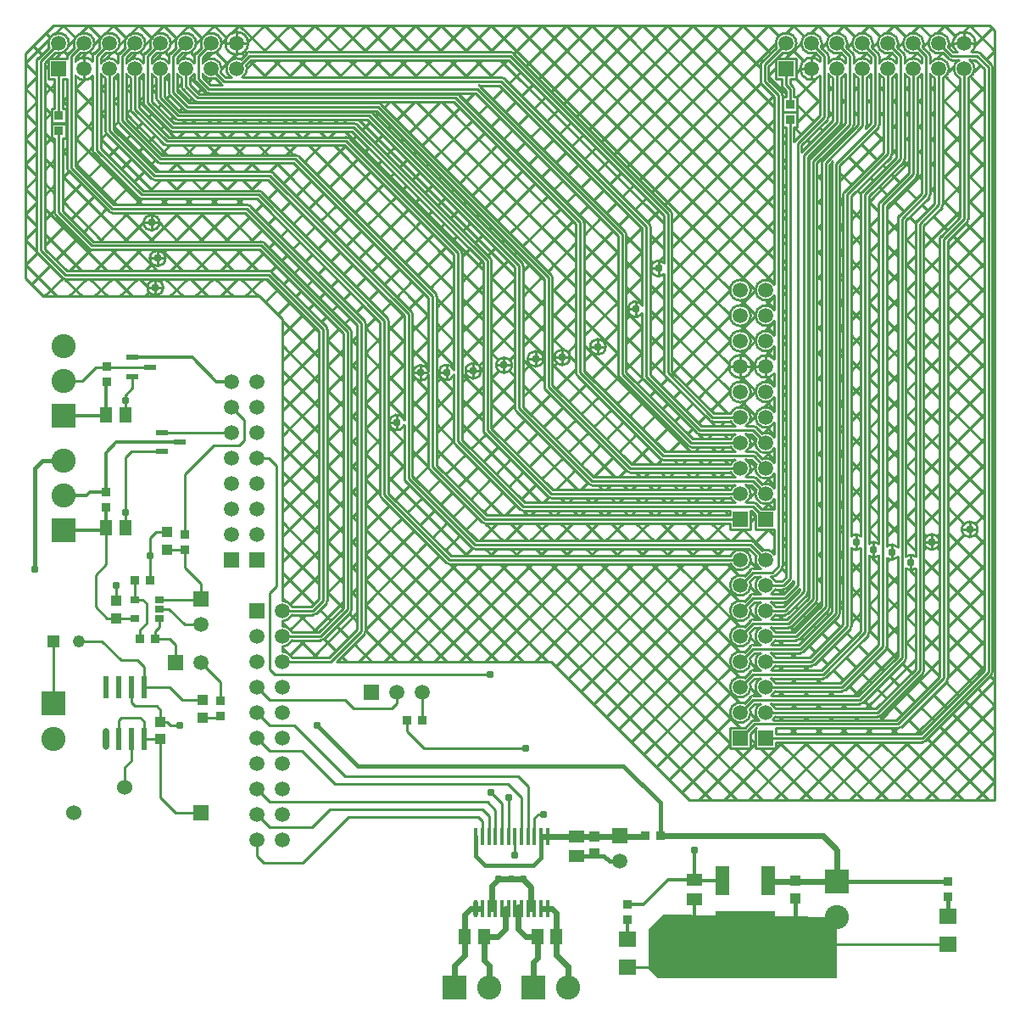
<source format=gtl>
G04 Layer_Physical_Order=1*
G04 Layer_Color=255*
%FSLAX25Y25*%
%MOIN*%
G70*
G01*
G75*
%ADD10C,0.01000*%
%ADD11R,0.03500X0.03500*%
%ADD12R,0.07087X0.06299*%
%ADD13O,0.02362X0.08661*%
%ADD14R,0.02362X0.08661*%
%ADD15R,0.01772X0.06890*%
%ADD16O,0.01772X0.06890*%
%ADD17R,0.05118X0.05906*%
%ADD18R,0.03937X0.04331*%
%ADD19R,0.03543X0.02559*%
%ADD20R,0.03500X0.03500*%
%ADD21R,0.05906X0.05118*%
%ADD22R,0.05512X0.11811*%
%ADD23R,0.23622X0.25590*%
%ADD24R,0.04724X0.02362*%
%ADD25C,0.01400*%
%ADD26C,0.01800*%
%ADD27C,0.02400*%
%ADD28C,0.01600*%
%ADD29R,0.09500X0.09500*%
%ADD30C,0.09500*%
%ADD31C,0.05906*%
%ADD32R,0.05906X0.05906*%
%ADD33R,0.05906X0.05906*%
%ADD34R,0.04800X0.04800*%
%ADD35C,0.04800*%
%ADD36C,0.06000*%
%ADD37R,0.06000X0.06000*%
%ADD38R,0.09500X0.09500*%
%ADD39C,0.03100*%
G36*
X428000Y139720D02*
Y115500D01*
X357500D01*
X354000Y119000D01*
Y135000D01*
X359500Y140500D01*
X428000Y139720D01*
D02*
G37*
D10*
X480875Y479600D02*
G03*
X482453Y483000I-2875J3400D01*
G01*
X484133Y479130D02*
G03*
X483000Y479600I-1133J-1130D01*
G01*
X484131Y479131D02*
G03*
X483000Y479600I-1131J-1131D01*
G01*
X482453Y483000D02*
G03*
X475125Y479600I-4453J0D01*
G01*
X489100Y473500D02*
G03*
X488630Y474633I-1600J0D01*
G01*
X489100Y473500D02*
G03*
X488631Y474631I-1600J0D01*
G01*
X482053Y473000D02*
G03*
X480206Y476400I-4053J0D01*
G01*
X471764Y481498D02*
G03*
X472053Y483000I-3764J1502D01*
G01*
X461764Y481498D02*
G03*
X462053Y483000I-3764J1502D01*
G01*
X472053D02*
G03*
X469502Y479236I-4053J0D01*
G01*
X471867Y476870D02*
G03*
X473000Y476400I1133J1130D01*
G01*
X471869Y476869D02*
G03*
X473000Y476400I1131J1131D01*
G01*
X464600Y478000D02*
G03*
X464130Y479133I-1600J0D01*
G01*
X464600Y478000D02*
G03*
X464131Y479131I-1600J0D01*
G01*
X472053Y473000D02*
G03*
X464600Y475206I-4053J0D01*
G01*
X479600Y469276D02*
G03*
X482053Y473000I-1600J3724D01*
G01*
X475794Y476400D02*
G03*
X476400Y469276I2206J-3400D01*
G01*
X469600D02*
G03*
X472053Y473000I-1600J3724D01*
G01*
X464600Y470794D02*
G03*
X466400Y469276I3400J2206D01*
G01*
X459600D02*
G03*
X461400Y470794I-1600J3724D01*
G01*
X462053Y483000D02*
G03*
X459502Y479236I-4053J0D01*
G01*
X451764Y481498D02*
G03*
X452053Y483000I-3764J1502D01*
G01*
D02*
G03*
X449502Y479236I-4053J0D01*
G01*
X461400Y475206D02*
G03*
X454600Y475206I-3400J-2206D01*
G01*
Y478000D02*
G03*
X454131Y479131I-1600J0D01*
G01*
X454600Y470794D02*
G03*
X456400Y469276I3400J2206D01*
G01*
X454600Y478000D02*
G03*
X454130Y479133I-1600J0D01*
G01*
X451400Y475206D02*
G03*
X444600Y475206I-3400J-2206D01*
G01*
X449600Y469276D02*
G03*
X451400Y470794I-1600J3724D01*
G01*
X441764Y481498D02*
G03*
X442053Y483000I-3764J1502D01*
G01*
X444600Y478000D02*
G03*
X444130Y479133I-1600J0D01*
G01*
X444600Y478000D02*
G03*
X444131Y479131I-1600J0D01*
G01*
X442053Y483000D02*
G03*
X439502Y479236I-4053J0D01*
G01*
X444600Y470794D02*
G03*
X446400Y469276I3400J2206D01*
G01*
X441400Y475206D02*
G03*
X434600Y475206I-3400J-2206D01*
G01*
X439600Y469276D02*
G03*
X441400Y470794I-1600J3724D01*
G01*
X434600D02*
G03*
X436400Y469276I3400J2206D01*
G01*
X449131Y438369D02*
G03*
X449600Y439500I-1131J1131D01*
G01*
X449130Y438367D02*
G03*
X449600Y439500I-1130J1133D01*
G01*
X444131Y449869D02*
G03*
X444600Y451000I-1131J1131D01*
G01*
X444130Y449867D02*
G03*
X444600Y451000I-1130J1133D01*
G01*
X439288Y449551D02*
G03*
X439600Y450500I-1288J949D01*
G01*
X439288Y449551D02*
G03*
X439600Y450500I-1288J949D01*
G01*
X479130Y412867D02*
G03*
X479600Y414000I-1130J1133D01*
G01*
X479131Y412869D02*
G03*
X479600Y414000I-1131J1131D01*
G01*
X464131Y422369D02*
G03*
X464600Y423500I-1131J1131D01*
G01*
X464130Y422367D02*
G03*
X464600Y423500I-1130J1133D01*
G01*
X459130Y430367D02*
G03*
X459600Y431500I-1130J1133D01*
G01*
X459131Y430369D02*
G03*
X459600Y431500I-1131J1131D01*
G01*
X469130Y418367D02*
G03*
X469600Y419500I-1130J1133D01*
G01*
X469131Y418369D02*
G03*
X469600Y419500I-1131J1131D01*
G01*
X468870Y407133D02*
G03*
X468400Y406000I1130J-1133D01*
G01*
X468869Y407131D02*
G03*
X468400Y406000I1131J-1131D01*
G01*
X459370Y413133D02*
G03*
X458900Y412000I1130J-1133D01*
G01*
X459369Y413131D02*
G03*
X458900Y412000I1131J-1131D01*
G01*
X454130Y436367D02*
G03*
X454600Y437500I-1130J1133D01*
G01*
X454131Y436369D02*
G03*
X454600Y437500I-1131J1131D01*
G01*
X452370Y415133D02*
G03*
X451900Y414000I1130J-1133D01*
G01*
X452369Y415131D02*
G03*
X451900Y414000I1131J-1131D01*
G01*
X444870Y420633D02*
G03*
X444400Y419500I1130J-1133D01*
G01*
X444869Y420631D02*
G03*
X444400Y419500I1131J-1131D01*
G01*
X437870Y424633D02*
G03*
X437400Y423500I1130J-1133D01*
G01*
X437869Y424631D02*
G03*
X437400Y423500I1131J-1131D01*
G01*
X431764Y481498D02*
G03*
X432053Y483000I-3764J1502D01*
G01*
X434600Y478000D02*
G03*
X434130Y479133I-1600J0D01*
G01*
X434600Y478000D02*
G03*
X434131Y479131I-1600J0D01*
G01*
X432053Y483000D02*
G03*
X429502Y479236I-4053J0D01*
G01*
X429600Y469276D02*
G03*
X431400Y470794I-1600J3724D01*
G01*
Y475206D02*
G03*
X424600Y475206I-3400J-2206D01*
G01*
X421764Y481498D02*
G03*
X422053Y483000I-3764J1502D01*
G01*
X424600Y478000D02*
G03*
X424130Y479133I-1600J0D01*
G01*
X424600Y478000D02*
G03*
X424131Y479131I-1600J0D01*
G01*
X424600Y470794D02*
G03*
X426400Y469276I3400J2206D01*
G01*
X424131Y452869D02*
G03*
X424600Y454000I-1131J1131D01*
G01*
X424130Y452867D02*
G03*
X424600Y454000I-1130J1133D01*
G01*
X429131Y450869D02*
G03*
X429600Y452000I-1131J1131D01*
G01*
X434130Y449867D02*
G03*
X434600Y451000I-1130J1133D01*
G01*
X434131Y449869D02*
G03*
X434600Y451000I-1131J1131D01*
G01*
X429130Y450867D02*
G03*
X429600Y452000I-1130J1133D01*
G01*
X430870Y424633D02*
G03*
X430400Y423500I1130J-1133D01*
G01*
X426212Y436449D02*
G03*
X425900Y435500I1288J-949D01*
G01*
X430869Y424631D02*
G03*
X430400Y423500I1131J-1131D01*
G01*
X426212Y436449D02*
G03*
X425900Y435500I1288J-949D01*
G01*
X422370Y437133D02*
G03*
X421900Y436000I1130J-1133D01*
G01*
X422369Y437131D02*
G03*
X421900Y436000I1131J-1131D01*
G01*
X417369Y437631D02*
G03*
X416900Y436500I1131J-1131D01*
G01*
X417370Y437633D02*
G03*
X416900Y436500I1130J-1133D01*
G01*
X422053Y483000D02*
G03*
X419502Y479236I-4053J0D01*
G01*
X421400Y475875D02*
G03*
X421400Y470125I-3400J-2875D01*
G01*
X412053Y483000D02*
G03*
X404236Y481498I-4053J0D01*
G01*
X406498Y479236D02*
G03*
X412053Y483000I1502J3764D01*
G01*
X411100Y465000D02*
G03*
X410630Y466133I-1600J0D01*
G01*
X411100Y465000D02*
G03*
X410631Y466131I-1600J0D01*
G01*
X406400Y466500D02*
G03*
X406870Y465367I1600J0D01*
G01*
X398370Y475633D02*
G03*
X397900Y474500I1130J-1133D01*
G01*
X398369Y475631D02*
G03*
X397900Y474500I1131J-1131D01*
G01*
X406400Y466500D02*
G03*
X406869Y465369I1600J0D01*
G01*
X406600Y462500D02*
G03*
X406131Y463631I-1600J0D01*
G01*
X397900Y468000D02*
G03*
X398369Y466869I1600J0D01*
G01*
X397900Y468000D02*
G03*
X398370Y466867I1600J0D01*
G01*
X411370Y444633D02*
G03*
X411100Y444275I1130J-1133D01*
G01*
X411369Y444631D02*
G03*
X411100Y444275I1131J-1131D01*
G01*
X406600Y462500D02*
G03*
X406130Y463633I-1600J0D01*
G01*
X363100Y416000D02*
G03*
X362630Y417133I-1600J0D01*
G01*
X363100Y416000D02*
G03*
X362631Y417131I-1600J0D01*
G01*
X403400Y388206D02*
G03*
X403400Y383794I-3400J-2206D01*
G01*
Y378206D02*
G03*
X403400Y373794I-3400J-2206D01*
G01*
Y368206D02*
G03*
X403400Y363794I-3400J-2206D01*
G01*
Y358875D02*
G03*
X403400Y353125I-3400J-2875D01*
G01*
X394053Y386000D02*
G03*
X394053Y386000I-4053J0D01*
G01*
Y376000D02*
G03*
X394053Y376000I-4053J0D01*
G01*
Y366000D02*
G03*
X394053Y366000I-4053J0D01*
G01*
X359900Y353500D02*
G03*
X360370Y352367I1600J0D01*
G01*
X359900Y353500D02*
G03*
X360369Y352369I1600J0D01*
G01*
X394453Y356000D02*
G03*
X394453Y356000I-4453J0D01*
G01*
X403400Y348206D02*
G03*
X403400Y343794I-3400J-2206D01*
G01*
Y338206D02*
G03*
X403400Y333794I-3400J-2206D01*
G01*
X394053Y346000D02*
G03*
X394053Y346000I-4053J0D01*
G01*
Y336000D02*
G03*
X386276Y337600I-4053J0D01*
G01*
X396133Y332130D02*
G03*
X395000Y332600I-1133J-1130D01*
G01*
X396131Y332131D02*
G03*
X395000Y332600I-1131J-1131D01*
G01*
X403400Y328206D02*
G03*
X398498Y329764I-3400J-2206D01*
G01*
X392206Y332600D02*
G03*
X394053Y336000I-2206J3400D01*
G01*
X377869Y334869D02*
G03*
X379000Y334400I1131J1131D01*
G01*
X377867Y334870D02*
G03*
X379000Y334400I1133J1130D01*
G01*
X386276D02*
G03*
X387794Y332600I3724J1600D01*
G01*
X372867Y329870D02*
G03*
X374000Y329400I1133J1130D01*
G01*
X372869Y329869D02*
G03*
X374000Y329400I1131J1131D01*
G01*
X483211Y292000D02*
G03*
X483211Y292000I-3050J0D01*
G01*
X468300Y287059D02*
G03*
X468300Y287059I-3050J0D01*
G01*
X458900Y281386D02*
G03*
X455100Y281386I-1900J-2386D01*
G01*
Y276614D02*
G03*
X458900Y276614I1900J2386D01*
G01*
X447600Y280677D02*
G03*
X451900Y281180I1900J2386D01*
G01*
Y284945D02*
G03*
X447600Y285449I-2400J-1882D01*
G01*
X444400Y286296D02*
G03*
X440600Y286468I-2008J-2296D01*
G01*
X433600Y284608D02*
G03*
X437400Y284620I1892J2392D01*
G01*
X440600Y281532D02*
G03*
X444400Y281704I1792J2468D01*
G01*
X437400Y289380D02*
G03*
X433600Y289392I-1908J-2380D01*
G01*
X488631Y234869D02*
G03*
X489100Y236000I-1131J1131D01*
G01*
X488630Y234867D02*
G03*
X489100Y236000I-1130J1133D01*
G01*
X461630Y235367D02*
G03*
X462100Y236500I-1130J1133D01*
G01*
X461631Y235369D02*
G03*
X462100Y236500I-1131J1131D01*
G01*
X471130Y232367D02*
G03*
X471600Y233500I-1130J1133D01*
G01*
X471131Y232369D02*
G03*
X471600Y233500I-1131J1131D01*
G01*
X454630Y240367D02*
G03*
X455100Y241500I-1130J1133D01*
G01*
X454631Y240369D02*
G03*
X455100Y241500I-1131J1131D01*
G01*
X440130Y250367D02*
G03*
X440600Y251500I-1130J1133D01*
G01*
X447131Y244869D02*
G03*
X447600Y246000I-1131J1131D01*
G01*
X440131Y250369D02*
G03*
X440600Y251500I-1131J1131D01*
G01*
X447130Y244867D02*
G03*
X447600Y246000I-1130J1133D01*
G01*
X444000Y218400D02*
G03*
X445133Y218870I0J1600D01*
G01*
X452000Y213900D02*
G03*
X453133Y214370I0J1600D01*
G01*
X452000Y213900D02*
G03*
X453131Y214369I0J1600D01*
G01*
X461500Y208400D02*
G03*
X462633Y208870I0J1600D01*
G01*
X461500Y208400D02*
G03*
X462631Y208869I0J1600D01*
G01*
X444000Y218400D02*
G03*
X445131Y218869I0J1600D01*
G01*
X433131Y252869D02*
G03*
X433600Y254000I-1131J1131D01*
G01*
X433130Y252867D02*
G03*
X433600Y254000I-1130J1133D01*
G01*
X424631Y260369D02*
G03*
X425100Y261500I-1131J1131D01*
G01*
X424630Y260367D02*
G03*
X425100Y261500I-1130J1133D01*
G01*
X428631Y257869D02*
G03*
X429100Y259000I-1131J1131D01*
G01*
X428630Y257867D02*
G03*
X429100Y259000I-1130J1133D01*
G01*
X422500Y233400D02*
G03*
X423633Y233870I0J1600D01*
G01*
X422500Y233400D02*
G03*
X423631Y233869I0J1600D01*
G01*
X437000Y223400D02*
G03*
X438133Y223870I0J1600D01*
G01*
X437000Y223400D02*
G03*
X438131Y223869I0J1600D01*
G01*
X430000Y228400D02*
G03*
X431133Y228870I0J1600D01*
G01*
X430000Y228400D02*
G03*
X431131Y228869I0J1600D01*
G01*
X396236Y327502D02*
G03*
X403400Y323794I3764J-1502D01*
G01*
Y318206D02*
G03*
X398498Y319764I-3400J-2206D01*
G01*
X396236Y317502D02*
G03*
X403400Y313794I3764J-1502D01*
G01*
Y308206D02*
G03*
X398498Y309764I-3400J-2206D01*
G01*
X396236Y307502D02*
G03*
X403400Y303794I3764J-1502D01*
G01*
X396133Y322130D02*
G03*
X395000Y322600I-1133J-1130D01*
G01*
X396131Y322131D02*
G03*
X395000Y322600I-1131J-1131D01*
G01*
X396133Y312130D02*
G03*
X395000Y312600I-1133J-1130D01*
G01*
X396131Y312131D02*
G03*
X395000Y312600I-1131J-1131D01*
G01*
X396133Y302130D02*
G03*
X395000Y302600I-1133J-1130D01*
G01*
X396131Y302131D02*
G03*
X395000Y302600I-1131J-1131D01*
G01*
X406131Y276369D02*
G03*
X406600Y277500I-1131J1131D01*
G01*
X406130Y276367D02*
G03*
X406600Y277500I-1130J1133D01*
G01*
X402500Y273400D02*
G03*
X403631Y273869I0J1600D01*
G01*
X403724Y271600D02*
G03*
X402206Y273400I-3724J-1600D01*
G01*
X402500D02*
G03*
X403633Y273870I0J1600D01*
G01*
X395133Y287130D02*
G03*
X394000Y287600I-1133J-1130D01*
G01*
X395131Y287131D02*
G03*
X394000Y287600I-1131J-1131D01*
G01*
X403400Y282206D02*
G03*
X398498Y283764I-3400J-2206D01*
G01*
X396236Y281502D02*
G03*
X397794Y276600I3764J-1502D01*
G01*
X395000D02*
G03*
X393869Y276131I0J-1600D01*
G01*
X395000Y276600D02*
G03*
X393867Y276130I0J-1600D01*
G01*
X394053Y326000D02*
G03*
X392206Y329400I-4053J0D01*
G01*
X387794D02*
G03*
X386276Y327600I2206J-3400D01*
G01*
X392206Y322600D02*
G03*
X394053Y326000I-2206J3400D01*
G01*
X386276Y324400D02*
G03*
X387794Y322600I3724J1600D01*
G01*
X394053Y316000D02*
G03*
X392206Y319400I-4053J0D01*
G01*
X392206Y312600D02*
G03*
X394053Y316000I-2206J3400D01*
G01*
X387794Y309400D02*
G03*
X386277Y307600I2206J-3400D01*
G01*
X387794Y319400D02*
G03*
X386276Y317600I2206J-3400D01*
G01*
Y314400D02*
G03*
X387794Y312600I3724J1600D01*
G01*
X369367Y324870D02*
G03*
X370500Y324400I1133J1130D01*
G01*
X369369Y324869D02*
G03*
X370500Y324400I1131J1131D01*
G01*
X394053Y306000D02*
G03*
X392206Y309400I-4053J0D01*
G01*
Y302600D02*
G03*
X394053Y306000I-2206J3400D01*
G01*
X386277Y304400D02*
G03*
X387794Y302600I3724J1600D01*
G01*
X394053Y280000D02*
G03*
X386276Y281600I-4053J0D01*
G01*
Y278400D02*
G03*
X394053Y280000I3724J1600D01*
G01*
X391502Y273764D02*
G03*
X394053Y270000I-1502J-3764D01*
G01*
X416130Y266367D02*
G03*
X416600Y267500I-1130J1133D01*
G01*
X416131Y266369D02*
G03*
X416600Y267500I-1131J1131D01*
G01*
X410630Y271367D02*
G03*
X410900Y271725I-1130J1133D01*
G01*
X410631Y271369D02*
G03*
X410900Y271725I-1131J1131D01*
G01*
X419630Y263367D02*
G03*
X420100Y264500I-1130J1133D01*
G01*
X419631Y263369D02*
G03*
X420100Y264500I-1131J1131D01*
G01*
X407000Y268400D02*
G03*
X408133Y268870I0J1600D01*
G01*
X407000Y268400D02*
G03*
X408131Y268869I0J1600D01*
G01*
X402206Y266600D02*
G03*
X403724Y268400I-2206J3400D01*
G01*
X407500Y263400D02*
G03*
X408633Y263870I0J1600D01*
G01*
X407500Y263400D02*
G03*
X408631Y263869I0J1600D01*
G01*
X407500Y258400D02*
G03*
X408631Y258869I0J1600D01*
G01*
X409000Y253400D02*
G03*
X410133Y253870I0J1600D01*
G01*
X409000Y253400D02*
G03*
X410131Y253869I0J1600D01*
G01*
X407500Y258400D02*
G03*
X408633Y258870I0J1600D01*
G01*
X402206Y256600D02*
G03*
X403724Y258400I-2206J3400D01*
G01*
X413500Y243400D02*
G03*
X414631Y243869I0J1600D01*
G01*
X418000Y238400D02*
G03*
X419133Y238870I0J1600D01*
G01*
X418000Y238400D02*
G03*
X419131Y238869I0J1600D01*
G01*
X413500Y243400D02*
G03*
X414633Y243870I0J1600D01*
G01*
X412000Y248400D02*
G03*
X413133Y248870I0J1600D01*
G01*
X412000Y248400D02*
G03*
X413131Y248869I0J1600D01*
G01*
X403724Y251600D02*
G03*
X402206Y253400I-3724J-1600D01*
G01*
Y246600D02*
G03*
X403724Y248400I-2206J3400D01*
G01*
Y231600D02*
G03*
X402206Y233400I-3724J-1600D01*
G01*
X402206Y236600D02*
G03*
X403724Y238400I-2206J3400D01*
G01*
X402831Y217100D02*
G03*
X403724Y218400I-2831J2900D01*
G01*
Y221600D02*
G03*
X402206Y223400I-3724J-1600D01*
G01*
X397794Y273400D02*
G03*
X397794Y266600I2206J-3400D01*
G01*
X403724Y261600D02*
G03*
X402206Y263400I-3724J-1600D01*
G01*
X397794D02*
G03*
X397794Y256600I2206J-3400D01*
G01*
Y253400D02*
G03*
X397794Y246600I2206J-3400D01*
G01*
X403724Y241600D02*
G03*
X402206Y243400I-3724J-1600D01*
G01*
X397794D02*
G03*
X397794Y236600I2206J-3400D01*
G01*
X395000Y266600D02*
G03*
X393869Y266131I0J-1600D01*
G01*
X395000Y266600D02*
G03*
X393867Y266130I0J-1600D01*
G01*
X395000Y256600D02*
G03*
X393869Y256131I0J-1600D01*
G01*
X395000Y256600D02*
G03*
X393867Y256130I0J-1600D01*
G01*
X394053Y270000D02*
G03*
X393764Y271502I-4053J0D01*
G01*
X391502Y263764D02*
G03*
X394053Y260000I-1502J-3764D01*
G01*
D02*
G03*
X393764Y261502I-4053J0D01*
G01*
X394053Y250000D02*
G03*
X393764Y251502I-4053J0D01*
G01*
X395000Y246600D02*
G03*
X393867Y246130I0J-1600D01*
G01*
X395000Y246600D02*
G03*
X393869Y246131I0J-1600D01*
G01*
X391502Y253764D02*
G03*
X394053Y250000I-1502J-3764D01*
G01*
Y240000D02*
G03*
X393764Y241502I-4053J0D01*
G01*
X397794Y233400D02*
G03*
X397794Y226600I2206J-3400D01*
G01*
X402206D02*
G03*
X403724Y228400I-2206J3400D01*
G01*
X397794Y223400D02*
G03*
X397169Y217100I2206J-3400D01*
G01*
X395000Y236600D02*
G03*
X393867Y236130I0J-1600D01*
G01*
X395000Y236600D02*
G03*
X393869Y236131I0J-1600D01*
G01*
X395000Y226600D02*
G03*
X393869Y226131I0J-1600D01*
G01*
X395000Y226600D02*
G03*
X393867Y226130I0J-1600D01*
G01*
X394053Y230000D02*
G03*
X393764Y231502I-4053J0D01*
G01*
X391502Y243764D02*
G03*
X394053Y240000I-1502J-3764D01*
G01*
X391502Y233764D02*
G03*
X394053Y230000I-1502J-3764D01*
G01*
X391502Y223764D02*
G03*
X394053Y220000I-1502J-3764D01*
G01*
X395500Y217100D02*
G03*
X394369Y216631I0J-1600D01*
G01*
X395500Y217100D02*
G03*
X394367Y216630I0J-1600D01*
G01*
X394053Y220000D02*
G03*
X393764Y221502I-4053J0D01*
G01*
X300633Y479130D02*
G03*
X299500Y479600I-1133J-1130D01*
G01*
X300631Y479131D02*
G03*
X299500Y479600I-1131J-1131D01*
G01*
X297133Y469130D02*
G03*
X296000Y469600I-1133J-1130D01*
G01*
X297131Y469131D02*
G03*
X296000Y469600I-1131J-1131D01*
G01*
X287633Y466130D02*
G03*
X287275Y466400I-1133J-1130D01*
G01*
X287631Y466131D02*
G03*
X287275Y466400I-1131J-1131D01*
G01*
X279131Y462631D02*
G03*
X278000Y463100I-1131J-1131D01*
G01*
X279133Y462630D02*
G03*
X278000Y463100I-1133J-1130D01*
G01*
X248631Y459131D02*
G03*
X247500Y459600I-1131J-1131D01*
G01*
X248633Y459130D02*
G03*
X247500Y459600I-1133J-1130D01*
G01*
X245131Y455631D02*
G03*
X244000Y456100I-1131J-1131D01*
G01*
X197000Y479600D02*
G03*
X195867Y479130I0J-1600D01*
G01*
X196453Y483000D02*
G03*
X196453Y483000I-4453J0D01*
G01*
X180498Y479236D02*
G03*
X186053Y483000I1502J3764D01*
G01*
X197000Y479600D02*
G03*
X195869Y479131I0J-1600D01*
G01*
X196053Y473000D02*
G03*
X195764Y474502I-4053J0D01*
G01*
X194206Y469600D02*
G03*
X196053Y473000I-2206J3400D01*
G01*
X185764Y471498D02*
G03*
X186053Y473000I-3764J1502D01*
G01*
X193502Y476764D02*
G03*
X189794Y469600I-1502J-3764D01*
G01*
X185869Y466869D02*
G03*
X186225Y466600I1131J1131D01*
G01*
X185867Y466870D02*
G03*
X186225Y466600I1133J1130D01*
G01*
X245133Y455630D02*
G03*
X244000Y456100I-1133J-1130D01*
G01*
X239131Y451131D02*
G03*
X238000Y451600I-1131J-1131D01*
G01*
X239133Y451130D02*
G03*
X238000Y451600I-1133J-1130D01*
G01*
X236131Y445631D02*
G03*
X235000Y446100I-1131J-1131D01*
G01*
X236133Y445630D02*
G03*
X235000Y446100I-1133J-1130D01*
G01*
X354600Y411000D02*
G03*
X354130Y412133I-1600J0D01*
G01*
X354600Y411000D02*
G03*
X354131Y412131I-1600J0D01*
G01*
X328600Y412500D02*
G03*
X328130Y413633I-1600J0D01*
G01*
X345100Y408000D02*
G03*
X344630Y409133I-1600J0D01*
G01*
X328600Y412500D02*
G03*
X328131Y413631I-1600J0D01*
G01*
X345100Y408000D02*
G03*
X344631Y409131I-1600J0D01*
G01*
X280600Y400500D02*
G03*
X280131Y401631I-1600J0D01*
G01*
X280600Y400500D02*
G03*
X280130Y401633I-1600J0D01*
G01*
X216133Y438630D02*
G03*
X215000Y439100I-1133J-1130D01*
G01*
X216131Y438631D02*
G03*
X215000Y439100I-1131J-1131D01*
G01*
X206131Y432131D02*
G03*
X205000Y432600I-1131J-1131D01*
G01*
X206133Y432130D02*
G03*
X205000Y432600I-1133J-1130D01*
G01*
X202631Y404631D02*
G03*
X201500Y405100I-1131J-1131D01*
G01*
X202633Y404630D02*
G03*
X201500Y405100I-1133J-1130D01*
G01*
X201631Y424631D02*
G03*
X200500Y425100I-1131J-1131D01*
G01*
X201633Y424630D02*
G03*
X200500Y425100I-1133J-1130D01*
G01*
X197131Y419131D02*
G03*
X196000Y419600I-1131J-1131D01*
G01*
X197133Y419130D02*
G03*
X196000Y419600I-1133J-1130D01*
G01*
X186053Y483000D02*
G03*
X178236Y481498I-4053J0D01*
G01*
X170498Y479236D02*
G03*
X176053Y483000I1502J3764D01*
G01*
D02*
G03*
X168236Y481498I-4053J0D01*
G01*
X160498Y479236D02*
G03*
X166053Y483000I1502J3764D01*
G01*
X175869Y479131D02*
G03*
X175400Y478000I1131J-1131D01*
G01*
X186053Y473000D02*
G03*
X178600Y475206I-4053J0D01*
G01*
X175870Y479133D02*
G03*
X175400Y478000I1130J-1133D01*
G01*
Y475206D02*
G03*
X168600Y475206I-3400J-2206D01*
G01*
X166053Y483000D02*
G03*
X158236Y481498I-4053J0D01*
G01*
X165870Y479133D02*
G03*
X165400Y478000I1130J-1133D01*
G01*
X150498Y479236D02*
G03*
X156053Y483000I1502J3764D01*
G01*
X165869Y479131D02*
G03*
X165400Y478000I1131J-1131D01*
G01*
X155869Y479131D02*
G03*
X155400Y478000I1131J-1131D01*
G01*
X165400Y475206D02*
G03*
X158600Y475206I-3400J-2206D01*
G01*
X155870Y479133D02*
G03*
X155400Y478000I1130J-1133D01*
G01*
X153600Y469276D02*
G03*
X155400Y470794I-1600J3724D01*
G01*
X178600D02*
G03*
X183502Y469236I3400J2206D01*
G01*
X175400Y469000D02*
G03*
X175869Y467869I1600J0D01*
G01*
X175400Y469000D02*
G03*
X175870Y467867I1600J0D01*
G01*
X173600Y469276D02*
G03*
X175400Y470794I-1600J3724D01*
G01*
X179867Y463870D02*
G03*
X181000Y463400I1133J1130D01*
G01*
X170400Y466000D02*
G03*
X170870Y464867I1600J0D01*
G01*
X179869Y463869D02*
G03*
X181000Y463400I1131J1131D01*
G01*
X170400Y466000D02*
G03*
X170869Y464869I1600J0D01*
G01*
X163600Y469276D02*
G03*
X165400Y470794I-1600J3724D01*
G01*
X168600D02*
G03*
X170400Y469276I3400J2206D01*
G01*
X158600Y470794D02*
G03*
X160400Y469276I3400J2206D01*
G01*
X165400Y463500D02*
G03*
X165869Y462369I1600J0D01*
G01*
X165400Y463500D02*
G03*
X165870Y462367I1600J0D01*
G01*
X146053Y483000D02*
G03*
X138236Y481498I-4053J0D01*
G01*
X156053Y483000D02*
G03*
X148236Y481498I-4053J0D01*
G01*
X140498Y479236D02*
G03*
X146053Y483000I1502J3764D01*
G01*
X136053D02*
G03*
X128236Y481498I-4053J0D01*
G01*
X130498Y479236D02*
G03*
X136053Y483000I1502J3764D01*
G01*
X145870Y479133D02*
G03*
X145400Y478000I1130J-1133D01*
G01*
X145869Y479131D02*
G03*
X145400Y478000I1131J-1131D01*
G01*
X135870Y479133D02*
G03*
X135400Y478000I1130J-1133D01*
G01*
X135869Y479131D02*
G03*
X135400Y478000I1131J-1131D01*
G01*
X120498Y479236D02*
G03*
X126053Y483000I1502J3764D01*
G01*
D02*
G03*
X118236Y481498I-4053J0D01*
G01*
X125870Y479133D02*
G03*
X125400Y478000I1130J-1133D01*
G01*
X125869Y479131D02*
G03*
X125400Y478000I1131J-1131D01*
G01*
X113870Y477133D02*
G03*
X113400Y476000I1130J-1133D01*
G01*
X113869Y477131D02*
G03*
X113400Y476000I1131J-1131D01*
G01*
X155400Y475206D02*
G03*
X148600Y475206I-3400J-2206D01*
G01*
Y470794D02*
G03*
X150400Y469276I3400J2206D01*
G01*
X143600D02*
G03*
X145400Y470794I-1600J3724D01*
G01*
X135400Y475875D02*
G03*
X128600Y475875I-3400J-2875D01*
G01*
X145400Y475206D02*
G03*
X138600Y475206I-3400J-2206D01*
G01*
Y470794D02*
G03*
X140400Y469276I3400J2206D01*
G01*
X128600Y470125D02*
G03*
X135400Y470125I3400J2875D01*
G01*
X175367Y460370D02*
G03*
X176500Y459900I1133J1130D01*
G01*
X175369Y460369D02*
G03*
X176500Y459900I1131J1131D01*
G01*
X171367Y456870D02*
G03*
X172500Y456400I1133J1130D01*
G01*
X171369Y456869D02*
G03*
X172500Y456400I1131J1131D01*
G01*
X167867Y453370D02*
G03*
X169000Y452900I1133J1130D01*
G01*
X167869Y453369D02*
G03*
X169000Y452900I1131J1131D01*
G01*
X160400Y461500D02*
G03*
X160869Y460369I1600J0D01*
G01*
X160400Y461500D02*
G03*
X160870Y460367I1600J0D01*
G01*
X155400Y459500D02*
G03*
X155869Y458369I1600J0D01*
G01*
X155400Y459500D02*
G03*
X155870Y458367I1600J0D01*
G01*
X150400Y457000D02*
G03*
X150869Y455869I1600J0D01*
G01*
X150400Y457000D02*
G03*
X150870Y455867I1600J0D01*
G01*
X165367Y448870D02*
G03*
X166500Y448400I1133J1130D01*
G01*
X165369Y448869D02*
G03*
X166500Y448400I1131J1131D01*
G01*
X163367Y443370D02*
G03*
X164500Y442900I1133J1130D01*
G01*
X163369Y443369D02*
G03*
X164500Y442900I1131J1131D01*
G01*
X160867Y436370D02*
G03*
X162000Y435900I1133J1130D01*
G01*
X160869Y436369D02*
G03*
X162000Y435900I1131J1131D01*
G01*
X158367Y429870D02*
G03*
X159500Y429400I1133J1130D01*
G01*
X158369Y429869D02*
G03*
X159500Y429400I1131J1131D01*
G01*
X153367Y422370D02*
G03*
X154500Y421900I1133J1130D01*
G01*
X153369Y422369D02*
G03*
X154500Y421900I1131J1131D01*
G01*
X161550Y412500D02*
G03*
X161550Y412500I-3050J0D01*
G01*
X145400Y452500D02*
G03*
X145869Y451369I1600J0D01*
G01*
X145400Y452500D02*
G03*
X145870Y451367I1600J0D01*
G01*
X140400Y448500D02*
G03*
X140869Y447369I1600J0D01*
G01*
X140400Y448500D02*
G03*
X140870Y447367I1600J0D01*
G01*
X135400Y441000D02*
G03*
X135870Y439867I1600J0D01*
G01*
X135400Y441000D02*
G03*
X135869Y439869I1600J0D01*
G01*
X125400Y434000D02*
G03*
X125869Y432869I1600J0D01*
G01*
X141869Y416869D02*
G03*
X143000Y416400I1131J1131D01*
G01*
X141867Y416870D02*
G03*
X143000Y416400I1133J1130D01*
G01*
X133867Y402370D02*
G03*
X135000Y401900I1133J1130D01*
G01*
X125400Y434000D02*
G03*
X125870Y432867I1600J0D01*
G01*
X120400Y416500D02*
G03*
X120869Y415369I1600J0D01*
G01*
X120400Y416500D02*
G03*
X120870Y415367I1600J0D01*
G01*
X133869Y402369D02*
G03*
X135000Y401900I1131J1131D01*
G01*
X113400Y401500D02*
G03*
X113870Y400367I1600J0D01*
G01*
X113400Y401500D02*
G03*
X113869Y400369I1600J0D01*
G01*
X359900Y396769D02*
G03*
X359900Y392231I-2038J-2269D01*
G01*
X351400Y380097D02*
G03*
X351400Y376903I-2599J-1597D01*
G01*
Y352000D02*
G03*
X351869Y350869I1600J0D01*
G01*
X351400Y352000D02*
G03*
X351870Y350867I1600J0D01*
G01*
X337050Y363699D02*
G03*
X337050Y363699I-3050J0D01*
G01*
X323050Y359598D02*
G03*
X323050Y359598I-3050J0D01*
G01*
X325400Y353500D02*
G03*
X325869Y352369I1600J0D01*
G01*
X325400Y353500D02*
G03*
X325870Y352367I1600J0D01*
G01*
X341900Y353000D02*
G03*
X342369Y351869I1600J0D01*
G01*
X341900Y353000D02*
G03*
X342370Y351867I1600J0D01*
G01*
X304600Y395500D02*
G03*
X304130Y396633I-1600J0D01*
G01*
X316100Y391000D02*
G03*
X315630Y392133I-1600J0D01*
G01*
X316100Y391000D02*
G03*
X315631Y392131I-1600J0D01*
G01*
X304600Y395500D02*
G03*
X304131Y396631I-1600J0D01*
G01*
X292100Y397500D02*
G03*
X291631Y398631I-1600J0D01*
G01*
X292100Y397500D02*
G03*
X291630Y398633I-1600J0D01*
G01*
X312550Y358998D02*
G03*
X312550Y358998I-3050J0D01*
G01*
X300153Y356500D02*
G03*
X300153Y356500I-3050J0D01*
G01*
X288050Y354296D02*
G03*
X288050Y354296I-3050J0D01*
G01*
X358367Y319870D02*
G03*
X359500Y319400I1133J1130D01*
G01*
X358369Y319869D02*
G03*
X359500Y319400I1131J1131D01*
G01*
X345367Y314870D02*
G03*
X346500Y314400I1133J1130D01*
G01*
X345369Y314869D02*
G03*
X346500Y314400I1131J1131D01*
G01*
X330369Y309869D02*
G03*
X331500Y309400I1131J1131D01*
G01*
X330367Y309870D02*
G03*
X331500Y309400I1133J1130D01*
G01*
X314367Y304870D02*
G03*
X315500Y304400I1133J1130D01*
G01*
X314369Y304869D02*
G03*
X315500Y304400I1131J1131D01*
G01*
X312900Y348000D02*
G03*
X313370Y346867I1600J0D01*
G01*
X312900Y348000D02*
G03*
X313369Y346869I1600J0D01*
G01*
X301400Y339500D02*
G03*
X301869Y338369I1600J0D01*
G01*
X301400Y339500D02*
G03*
X301870Y338367I1600J0D01*
G01*
X288900Y331000D02*
G03*
X289370Y329867I1600J0D01*
G01*
X288900Y331000D02*
G03*
X289369Y329869I1600J0D01*
G01*
X303367Y299870D02*
G03*
X304500Y299400I1133J1130D01*
G01*
X303369Y299869D02*
G03*
X304500Y299400I1131J1131D01*
G01*
X288367Y294870D02*
G03*
X289500Y294400I1133J1130D01*
G01*
X288369Y294869D02*
G03*
X289500Y294400I1131J1131D01*
G01*
X284369Y284869D02*
G03*
X285500Y284400I1131J1131D01*
G01*
X284367Y284870D02*
G03*
X285500Y284400I1133J1130D01*
G01*
X270600Y383500D02*
G03*
X270130Y384633I-1600J0D01*
G01*
X270600Y383500D02*
G03*
X270131Y384631I-1600J0D01*
G01*
X261100Y376500D02*
G03*
X260630Y377633I-1600J0D01*
G01*
X261100Y376500D02*
G03*
X260631Y377631I-1600J0D01*
G01*
X251600Y374000D02*
G03*
X251131Y375131I-1600J0D01*
G01*
X251600Y374000D02*
G03*
X251130Y375133I-1600J0D01*
G01*
X242600Y373000D02*
G03*
X242131Y374131I-1600J0D01*
G01*
X242600Y373000D02*
G03*
X242130Y374133I-1600J0D01*
G01*
X227600Y370500D02*
G03*
X227130Y371633I-1600J0D01*
G01*
X227600Y370500D02*
G03*
X227131Y371631I-1600J0D01*
G01*
X277400Y354641D02*
G03*
X277400Y352751I-2900J-945D01*
G01*
X267400Y354074D02*
G03*
X267400Y352926I-2995J-574D01*
G01*
X237100Y369500D02*
G03*
X236630Y370633I-1600J0D01*
G01*
X237100Y369500D02*
G03*
X236631Y370631I-1600J0D01*
G01*
X163962Y398500D02*
G03*
X163962Y398500I-3050J0D01*
G01*
X205631Y393131D02*
G03*
X204500Y393600I-1131J-1131D01*
G01*
X205633Y393130D02*
G03*
X204500Y393600I-1133J-1130D01*
G01*
X163050Y387000D02*
G03*
X163050Y387000I-3050J0D01*
G01*
X123369Y390869D02*
G03*
X124500Y390400I1131J1131D01*
G01*
X123367Y390870D02*
G03*
X124500Y390400I1133J1130D01*
G01*
X277400Y326500D02*
G03*
X277869Y325369I1600J0D01*
G01*
X277400Y326500D02*
G03*
X277870Y325367I1600J0D01*
G01*
X257900Y334945D02*
G03*
X257900Y333055I-2900J-945D01*
G01*
X267400Y316500D02*
G03*
X267869Y315369I1600J0D01*
G01*
X267400Y316500D02*
G03*
X267870Y315367I1600J0D01*
G01*
X257900Y312000D02*
G03*
X258370Y310867I1600J0D01*
G01*
X257900Y312000D02*
G03*
X258369Y310869I1600J0D01*
G01*
X274367Y278870D02*
G03*
X275500Y278400I1133J1130D01*
G01*
X274369Y278869D02*
G03*
X275500Y278400I1131J1131D01*
G01*
X248400Y305500D02*
G03*
X248869Y304369I1600J0D01*
G01*
X248400Y305500D02*
G03*
X248870Y304367I1600J0D01*
G01*
X242131Y250869D02*
G03*
X242600Y252000I-1131J1131D01*
G01*
X242130Y250867D02*
G03*
X242600Y252000I-1130J1133D01*
G01*
X227131Y262869D02*
G03*
X227600Y264000I-1131J1131D01*
G01*
X227130Y262867D02*
G03*
X227600Y264000I-1130J1133D01*
G01*
X236631Y259369D02*
G03*
X237100Y260500I-1131J1131D01*
G01*
X236630Y259367D02*
G03*
X237100Y260500I-1130J1133D01*
G01*
X225000Y248400D02*
G03*
X226133Y248870I0J1600D01*
G01*
X225000Y248400D02*
G03*
X226131Y248869I0J1600D01*
G01*
X222000Y258400D02*
G03*
X223131Y258869I0J1600D01*
G01*
X222000Y258400D02*
G03*
X223133Y258870I0J1600D01*
G01*
X213724Y261600D02*
G03*
X210000Y264053I-3724J-1600D01*
G01*
Y255947D02*
G03*
X213724Y258400I0J4053D01*
G01*
Y251600D02*
G03*
X210000Y254053I-3724J-1600D01*
G01*
Y245947D02*
G03*
X213724Y248400I0J4053D01*
G01*
Y241600D02*
G03*
X210000Y244053I-3724J-1600D01*
G01*
X488000Y490000D02*
X490000Y488000D01*
X482414Y482414D02*
X489000Y489000D01*
X486581Y476682D02*
X490000Y480101D01*
X477528Y487428D02*
X480100Y490000D01*
X478000Y483000D02*
X481953D01*
X478000D02*
Y486953D01*
X480150Y490000D02*
X490000Y480150D01*
X474047Y483000D02*
X478000D01*
X484133Y479130D02*
X488630Y474633D01*
X482337Y476400D02*
X485900Y472837D01*
X489100Y471151D02*
X490000Y470251D01*
X481937Y472037D02*
X484318Y474419D01*
X480875Y479600D02*
X483000D01*
X480206Y476400D02*
X482337D01*
X473663Y479600D02*
X475125D01*
X473000Y476400D02*
X475794D01*
X470251Y490000D02*
X474499Y485752D01*
X471857Y481757D02*
X473572Y483472D01*
X467167Y486966D02*
X470201Y490000D01*
X471764Y481498D02*
X473663Y479600D01*
X469502Y479236D02*
X471867Y476870D01*
X460351Y490000D02*
X464828Y485523D01*
X461805Y481604D02*
X464034Y483833D01*
X461764Y481498D02*
X464130Y479133D01*
X467037Y476937D02*
X469243Y479143D01*
X473951Y476400D02*
X474828Y475523D01*
X471901Y471901D02*
X474099Y474099D01*
X464600Y475206D02*
Y478000D01*
Y475852D02*
X464873Y475578D01*
X461400Y475206D02*
Y477337D01*
X489100Y469301D02*
X490000Y470201D01*
X489100Y461251D02*
X490000Y460351D01*
X480523Y469828D02*
X485900Y464451D01*
X479600Y460852D02*
X485900Y454552D01*
X489100Y459402D02*
X490000Y460302D01*
X479600Y414000D02*
Y469276D01*
Y459801D02*
X485900Y466101D01*
X470578Y469873D02*
X476400Y464052D01*
Y414663D02*
Y469276D01*
X469600Y460952D02*
X476400Y454152D01*
X469600Y459701D02*
X476400Y466501D01*
X489100Y451352D02*
X490000Y450452D01*
X489100Y449502D02*
X490000Y450402D01*
X479600Y449902D02*
X485900Y456202D01*
X489100Y441452D02*
X490000Y440552D01*
X489100Y439603D02*
X490000Y440503D01*
X479600Y450952D02*
X485900Y444652D01*
X469600Y451053D02*
X476400Y444253D01*
X479600Y440002D02*
X485900Y446302D01*
X469600Y449801D02*
X476400Y456601D01*
X479600Y441053D02*
X485900Y434753D01*
X469600Y441153D02*
X476400Y434353D01*
X466400Y420163D02*
Y469276D01*
X469600Y419500D02*
Y469276D01*
X464600Y423500D02*
Y470794D01*
X460633Y469919D02*
X461400Y469152D01*
X464600Y464600D02*
X466400Y466400D01*
X461400Y424163D02*
Y470794D01*
X459600Y431500D02*
Y469276D01*
X464600Y454701D02*
X466400Y456501D01*
X464600Y456053D02*
X466400Y454253D01*
X464600Y465952D02*
X466400Y464152D01*
X469600Y439902D02*
X476400Y446702D01*
X464600Y446153D02*
X466400Y444353D01*
X464600Y444801D02*
X466400Y446601D01*
X459600Y461053D02*
X461400Y459253D01*
X459600Y451153D02*
X461400Y449353D01*
X459600Y459600D02*
X461400Y461400D01*
X459600Y441254D02*
X461400Y439454D01*
X459600Y439801D02*
X461400Y441601D01*
X457292Y486990D02*
X460301Y490000D01*
X451764Y481498D02*
X454130Y479133D01*
X451782Y481481D02*
X454010Y483708D01*
X459502Y479236D02*
X461400Y477337D01*
X457167Y476966D02*
X459396Y479195D01*
X450452Y490000D02*
X454873Y485578D01*
X447412Y487010D02*
X450402Y490000D01*
X449502Y479236D02*
X451400Y477337D01*
X447292Y476990D02*
X449519Y479218D01*
X454600Y475952D02*
X454919Y475633D01*
X454600Y464500D02*
X456400Y466299D01*
X454600Y475206D02*
Y478000D01*
X451400Y475206D02*
Y477337D01*
X450687Y469966D02*
X451400Y469253D01*
X441832Y481430D02*
X443990Y483588D01*
X441764Y481498D02*
X444130Y479133D01*
X444600Y475206D02*
Y478000D01*
X440552Y490000D02*
X444919Y485633D01*
X437528Y487025D02*
X440503Y490000D01*
X439502Y479236D02*
X441400Y477337D01*
X437412Y477010D02*
X439570Y479168D01*
X441400Y475206D02*
Y477337D01*
X444600Y476053D02*
X444966Y475687D01*
X440740Y470014D02*
X441400Y469353D01*
X444600Y464399D02*
X446400Y466199D01*
X444600Y466153D02*
X446400Y464353D01*
X434600Y476153D02*
X435014Y475740D01*
X434600Y466254D02*
X436400Y464454D01*
X454600Y454600D02*
X456400Y456400D01*
X454600Y456153D02*
X456400Y454353D01*
X454600Y466053D02*
X456400Y464253D01*
Y432163D02*
Y469276D01*
X459600Y449701D02*
X461400Y451501D01*
X454600Y437500D02*
Y470794D01*
X449600Y459500D02*
X451400Y461300D01*
X449600Y461153D02*
X451400Y459353D01*
X444600Y454499D02*
X446400Y456299D01*
X451400Y438163D02*
Y470794D01*
X449600Y439500D02*
Y469276D01*
X444600Y456254D02*
X446400Y454454D01*
X449600Y451254D02*
X451400Y449454D01*
X454600Y444701D02*
X456400Y446501D01*
X449600Y449600D02*
X451400Y451400D01*
X454600Y446254D02*
X456400Y444454D01*
X449600Y439701D02*
X451400Y441501D01*
X449600Y441354D02*
X451400Y439554D01*
X442609Y448346D02*
X446400Y444554D01*
X437870Y424633D02*
X451400Y438163D01*
X433600Y422837D02*
X449130Y438367D01*
X441400Y451663D02*
Y470794D01*
X439600Y459399D02*
X441400Y461199D01*
X439600Y461254D02*
X441400Y459454D01*
X444600Y451000D02*
Y470794D01*
X446400Y440163D02*
Y469276D01*
X439600Y450500D02*
Y469276D01*
X434600Y456354D02*
X436400Y454554D01*
X434600Y454399D02*
X436400Y456199D01*
X434600Y464298D02*
X436400Y466098D01*
X439288Y449551D02*
X441400Y451663D01*
X436400Y451163D02*
Y469276D01*
X439600Y451354D02*
X440346Y450609D01*
X437659Y443396D02*
X443646Y437409D01*
X429100Y434837D02*
X444130Y449867D01*
X432709Y438446D02*
X438696Y432459D01*
X422370Y437133D02*
X436400Y451163D01*
X430870Y424633D02*
X446400Y440163D01*
X429100Y429100D02*
X446400Y446400D01*
X489100Y431553D02*
X490000Y430653D01*
X489100Y429703D02*
X490000Y430603D01*
X479600Y430103D02*
X485900Y436403D01*
X489100Y421653D02*
X490000Y420753D01*
X489100Y419804D02*
X490000Y420704D01*
X479600Y431153D02*
X485900Y424853D01*
X469600Y431254D02*
X476400Y424454D01*
X479600Y420203D02*
X485900Y426503D01*
X469600Y430002D02*
X476400Y436802D01*
X469600Y420103D02*
X476400Y426903D01*
X479600Y421254D02*
X485900Y414954D01*
X469600Y421354D02*
X476346Y414609D01*
X489100Y411754D02*
X490000Y410854D01*
X489100Y401854D02*
X490000Y400954D01*
X489100Y400005D02*
X490000Y400905D01*
X489100Y409904D02*
X490000Y410804D01*
X471600Y405337D02*
X479130Y412867D01*
X478609Y412346D02*
X485900Y405054D01*
X468870Y407133D02*
X476400Y414663D01*
X471600Y402304D02*
X485900Y416604D01*
X462100Y402703D02*
X476400Y417003D01*
X464600Y436254D02*
X466400Y434454D01*
X464600Y425002D02*
X466400Y426802D01*
X464600Y434902D02*
X466400Y436702D01*
X464600Y426354D02*
X466400Y424554D01*
X459594Y431360D02*
X461400Y429554D01*
X459370Y413133D02*
X466400Y420163D01*
X461409Y419646D02*
X463646Y417409D01*
X462100Y411337D02*
X469130Y418367D01*
X465909Y415146D02*
X471396Y409659D01*
X456459Y414696D02*
X458918Y412238D01*
X462100Y409056D02*
X468400Y402755D01*
X455100Y405603D02*
X458900Y409403D01*
X489100Y391955D02*
X490000Y391055D01*
X489100Y390105D02*
X490000Y391005D01*
X473659Y407396D02*
X485900Y395155D01*
X489100Y382055D02*
X490000Y381155D01*
X489100Y380206D02*
X490000Y381106D01*
X471600Y382505D02*
X485900Y396805D01*
X471600Y399555D02*
X485900Y385256D01*
X471600Y389656D02*
X485900Y375356D01*
X471600Y392404D02*
X485900Y406704D01*
X471600Y379756D02*
X485900Y365457D01*
X471600Y362706D02*
X485900Y377006D01*
X471600Y372605D02*
X485900Y386905D01*
X489100Y370306D02*
X490000Y371206D01*
X489100Y362257D02*
X490000Y361356D01*
X489100Y372156D02*
X490000Y371256D01*
X489100Y352357D02*
X490000Y351457D01*
X489100Y340608D02*
X490000Y341508D01*
X489100Y360407D02*
X490000Y361307D01*
X489100Y350507D02*
X490000Y351407D01*
X489100Y342458D02*
X490000Y341558D01*
X471600Y359958D02*
X485900Y345657D01*
X489100Y330708D02*
X490000Y331608D01*
X489100Y332558D02*
X490000Y331658D01*
X462100Y392804D02*
X468400Y399104D01*
X462100Y389257D02*
X468400Y382957D01*
X462100Y399156D02*
X468400Y392856D01*
X471600Y369857D02*
X485900Y355557D01*
X471600Y352806D02*
X485900Y367106D01*
X462100Y382904D02*
X468400Y389204D01*
X462100Y379357D02*
X468400Y373057D01*
X462100Y373005D02*
X468400Y379305D01*
X455100Y395703D02*
X458900Y399503D01*
X462100Y363105D02*
X468400Y369405D01*
X462100Y369458D02*
X468400Y363158D01*
X462100Y353206D02*
X468400Y359506D01*
X462100Y349658D02*
X468400Y343358D01*
X462100Y359558D02*
X468400Y353258D01*
X471600Y350058D02*
X485900Y335758D01*
X471600Y333007D02*
X485900Y347307D01*
X471600Y342907D02*
X485900Y357207D01*
X462100Y343306D02*
X468400Y349606D01*
X462100Y339759D02*
X468400Y333459D01*
X455100Y336306D02*
X458900Y340106D01*
X462100Y333407D02*
X468400Y339707D01*
X455100Y336859D02*
X458900Y333060D01*
X454335Y436619D02*
X456400Y434554D01*
X452370Y415133D02*
X461400Y424163D01*
X455100Y413337D02*
X464130Y422367D01*
X454909Y426146D02*
X459146Y421909D01*
X440600Y420801D02*
X456400Y436601D01*
X440600Y422837D02*
X454130Y436367D01*
X449409Y431646D02*
X452646Y428409D01*
X447600Y417902D02*
X461400Y431702D01*
X447600Y418837D02*
X459130Y430367D01*
X444870Y420633D02*
X456400Y432163D01*
X449959Y421196D02*
X454196Y416959D01*
X455100Y396256D02*
X458900Y392457D01*
X455100Y385804D02*
X458900Y389604D01*
X455100Y406156D02*
X458900Y402356D01*
X447600Y403757D02*
X451900Y399457D01*
X447600Y398103D02*
X451900Y402403D01*
X447600Y408002D02*
X451900Y412302D01*
X447600Y388203D02*
X451900Y392503D01*
X447600Y393857D02*
X451900Y389557D01*
X445909Y435146D02*
X447146Y433909D01*
X444459Y426696D02*
X447696Y423459D01*
X440959Y430196D02*
X442196Y428959D01*
X440600Y420656D02*
X444400Y416856D01*
X436009Y425247D02*
X437433Y423823D01*
X433600Y413801D02*
X437400Y417601D01*
X433600Y417757D02*
X437400Y413956D01*
X440600Y410902D02*
X444400Y414702D01*
X447600Y413656D02*
X451900Y409356D01*
X440600Y410756D02*
X444400Y406956D01*
X440600Y400857D02*
X444400Y397057D01*
X440600Y391103D02*
X444400Y394903D01*
X440600Y401002D02*
X444400Y404802D01*
X433600Y403902D02*
X437400Y407702D01*
X433600Y397957D02*
X437400Y394158D01*
X433600Y407857D02*
X437400Y404057D01*
X440600Y390957D02*
X444400Y387158D01*
X433600Y394002D02*
X437400Y397802D01*
X455100Y386357D02*
X458900Y382557D01*
X455100Y375904D02*
X458900Y379704D01*
X447600Y378304D02*
X451900Y382604D01*
X455100Y366005D02*
X458900Y369805D01*
X455100Y366558D02*
X458900Y362758D01*
X455100Y376458D02*
X458900Y372657D01*
X447600Y383958D02*
X451900Y379658D01*
X447600Y374058D02*
X451900Y369758D01*
X440600Y371304D02*
X444400Y375104D01*
X447600Y364159D02*
X451900Y359858D01*
X447600Y368404D02*
X451900Y372704D01*
X455100Y356659D02*
X458900Y352858D01*
X455100Y346206D02*
X458900Y350006D01*
X455100Y356105D02*
X458900Y359905D01*
X455100Y346759D02*
X458900Y342959D01*
X447600Y334460D02*
X451900Y330160D01*
X447600Y328806D02*
X451900Y333106D01*
X447600Y354259D02*
X451900Y349959D01*
X447600Y348605D02*
X451900Y352905D01*
X447600Y358505D02*
X451900Y362805D01*
X447600Y338706D02*
X451900Y343006D01*
X447600Y344359D02*
X451900Y340059D01*
X440600Y381203D02*
X444400Y385003D01*
X440600Y381058D02*
X444400Y377258D01*
X433600Y388058D02*
X437400Y384258D01*
X440600Y361404D02*
X444400Y365204D01*
X440600Y361259D02*
X444400Y357459D01*
X440600Y371159D02*
X444400Y367358D01*
X433600Y378158D02*
X437400Y374359D01*
X433600Y374203D02*
X437400Y378003D01*
X433600Y384103D02*
X437400Y387903D01*
X433600Y364304D02*
X437400Y368104D01*
X433600Y368259D02*
X437400Y364459D01*
X440600Y351505D02*
X444400Y355305D01*
X440600Y351360D02*
X444400Y347559D01*
X433600Y358360D02*
X437400Y354559D01*
X440600Y341460D02*
X444400Y337660D01*
X440600Y331706D02*
X444400Y335506D01*
X440600Y341605D02*
X444400Y345405D01*
X433600Y348460D02*
X437400Y344660D01*
X433600Y344505D02*
X437400Y348305D01*
X433600Y354404D02*
X437400Y358204D01*
X433600Y334605D02*
X437400Y338405D01*
X433600Y338561D02*
X437400Y334761D01*
X431883Y481380D02*
X433975Y483472D01*
X431764Y481498D02*
X434130Y479133D01*
X434600Y475206D02*
Y478000D01*
X430653Y490000D02*
X434966Y485687D01*
X427640Y487037D02*
X430603Y490000D01*
X429502Y479236D02*
X431400Y477337D01*
Y475206D02*
Y477337D01*
X427528Y477025D02*
X429620Y479117D01*
X429600Y461354D02*
X431400Y459554D01*
X430792Y470062D02*
X431400Y469454D01*
Y451663D02*
Y470794D01*
X429600Y459299D02*
X431400Y461098D01*
X429600Y452000D02*
Y469276D01*
X424600Y466354D02*
X426400Y464554D01*
X424600Y456455D02*
X426400Y454655D01*
Y452663D02*
Y469276D01*
X424600Y454298D02*
X426400Y456099D01*
X421933Y481330D02*
X423963Y483360D01*
X421764Y481498D02*
X424130Y479133D01*
X424600Y475206D02*
Y478000D01*
X417748Y487045D02*
X420704Y490000D01*
X420753D02*
X425014Y485740D01*
X417748Y487045D02*
X420704Y490000D01*
X419502Y479236D02*
X421400Y477337D01*
X418055Y477452D02*
X419670Y479067D01*
X424600Y464198D02*
X426400Y465998D01*
X424600Y476254D02*
X425062Y475792D01*
X424600Y454000D02*
Y470794D01*
X421400Y475875D02*
Y477337D01*
X421126Y469829D02*
X421400Y469554D01*
X418000Y473000D02*
Y476953D01*
X421400Y454663D02*
Y470125D01*
X418000Y469047D02*
Y473000D01*
X434600Y451000D02*
Y470794D01*
X429528Y451527D02*
X430396Y450659D01*
X432659Y448396D02*
X433146Y447909D01*
X427709Y443446D02*
X428196Y442959D01*
X414100Y440363D02*
X426400Y452663D01*
X417370Y437633D02*
X431400Y451663D01*
X420100Y435837D02*
X434130Y449867D01*
X416600Y438337D02*
X429130Y450867D01*
X429100Y432156D02*
X433747Y427509D01*
X429100Y422257D02*
X430400Y420957D01*
X429100Y419201D02*
X430400Y420501D01*
X425100Y435337D02*
X426212Y436449D01*
X425100Y435000D02*
X425936Y435835D01*
X425100Y425100D02*
X425900Y425900D01*
X425100Y426257D02*
X425900Y425456D01*
X424709Y446446D02*
X425446Y445709D01*
X422759Y438497D02*
X423247Y438009D01*
X421209Y449946D02*
X422446Y448709D01*
X425509Y435747D02*
X425900Y435356D01*
X416259Y444997D02*
X417497Y443759D01*
X419759Y441497D02*
X420497Y440759D01*
X416600Y436399D02*
X416914Y436713D01*
X420100Y431256D02*
X421900Y429457D01*
X420100Y420100D02*
X421900Y421900D01*
X420100Y429999D02*
X421900Y431800D01*
X425100Y416357D02*
X425900Y415557D01*
X425100Y415201D02*
X425900Y416001D01*
X420100Y421357D02*
X421900Y419557D01*
X416600Y426500D02*
X416900Y426799D01*
X416600Y424857D02*
X416900Y424557D01*
X416600Y434757D02*
X416900Y434456D01*
X416600Y414958D02*
X416900Y414657D01*
X416600Y416600D02*
X416900Y416900D01*
X410854Y490000D02*
X415062Y485792D01*
X411134Y480431D02*
X413955Y483251D01*
X411134Y480431D02*
X413955Y483251D01*
X410843Y480112D02*
X414829Y476126D01*
X407854Y487050D02*
X410804Y490000D01*
X407756Y477053D02*
X410569Y479866D01*
X404316Y477053D02*
X412053D01*
X407756D02*
X410569Y479866D01*
X414047Y473000D02*
X418000D01*
X412053Y471450D02*
X413548Y472945D01*
X412053Y468947D02*
Y477053D01*
X409600Y467163D02*
Y468947D01*
X412053D01*
X409600Y467163D02*
X410630Y466133D01*
X401100Y470055D02*
X407900Y463256D01*
X406870Y465367D02*
X407900Y464337D01*
X400954Y490000D02*
X405112Y485843D01*
X404316Y477053D02*
X406498Y479236D01*
X403947Y476685D02*
X404316Y477053D01*
X398370Y475633D02*
X404236Y481498D01*
X401100Y473837D02*
X403947Y476685D01*
Y468947D02*
Y476685D01*
X391055Y490000D02*
X401896Y479159D01*
X397900Y468000D02*
Y474500D01*
X381155Y490000D02*
X397900Y473255D01*
X403947Y468947D02*
X406400D01*
Y466500D02*
Y468947D01*
X401100Y470397D02*
X403947Y473244D01*
X405183Y464580D02*
X406513Y465910D01*
X401100Y468663D02*
Y473837D01*
Y470397D02*
X403947Y473244D01*
X401100Y468663D02*
X406130Y463633D01*
X412053Y469002D02*
X421400Y459655D01*
X412350Y461847D02*
X419220Y468718D01*
X412350Y456150D02*
Y461850D01*
Y451948D02*
X421400Y460998D01*
X412350Y458806D02*
X418946Y452209D01*
X412350Y450150D02*
Y455850D01*
X411100Y461850D02*
Y465000D01*
Y461850D02*
X412350D01*
X407900D02*
Y464337D01*
X406650Y456150D02*
X412350D01*
X406650Y455850D02*
X412350D01*
X406650Y461850D02*
X407900D01*
X411370Y444633D02*
X421400Y454663D01*
X411106Y450150D02*
X413997Y447259D01*
X411100Y450150D02*
X412350D01*
X414100Y442837D02*
X424130Y452867D01*
X414100Y440363D02*
Y442837D01*
X411100Y444275D02*
Y450150D01*
X406600Y446198D02*
X407900Y447498D01*
X406650Y450150D02*
X407900D01*
X406600Y436299D02*
X407900Y437599D01*
X406650Y456150D02*
Y461850D01*
X398370Y466867D02*
X403400Y461837D01*
X406650Y450150D02*
Y455850D01*
X406600Y444757D02*
X407900Y443457D01*
X403400Y388206D02*
Y461837D01*
X361356Y490000D02*
X403400Y447957D01*
X371256Y490000D02*
X403400Y457856D01*
X360183Y419580D02*
X402920Y462317D01*
X363100Y402698D02*
X403400Y442998D01*
X363100Y412598D02*
X403400Y452898D01*
X406600Y426399D02*
X407900Y427699D01*
X406600Y424958D02*
X407900Y423658D01*
X406600Y434857D02*
X407900Y433557D01*
X406600Y416500D02*
X407900Y417800D01*
X406600Y415058D02*
X407900Y413758D01*
X363100Y354163D02*
Y416000D01*
X359900Y396769D02*
Y415337D01*
X363100Y382899D02*
X403400Y423199D01*
X363100Y392798D02*
X403400Y433099D01*
X429100Y412357D02*
X430400Y411057D01*
X429100Y409301D02*
X430400Y410601D01*
X425100Y406458D02*
X425900Y405657D01*
X429100Y402458D02*
X430400Y401158D01*
X429100Y399402D02*
X430400Y400702D01*
X425100Y405301D02*
X425900Y406101D01*
X420100Y411457D02*
X421900Y409657D01*
X420100Y400301D02*
X421900Y402101D01*
X420100Y410201D02*
X421900Y412001D01*
X425100Y396558D02*
X425900Y395758D01*
X425100Y395402D02*
X425900Y396202D01*
X420100Y401558D02*
X421900Y399758D01*
X429100Y389502D02*
X430400Y390802D01*
X429100Y382659D02*
X430400Y381359D01*
X429100Y392558D02*
X430400Y391258D01*
X429100Y372759D02*
X430400Y371459D01*
X429100Y369703D02*
X430400Y371003D01*
X429100Y379603D02*
X430400Y380903D01*
X425100Y386659D02*
X425900Y385858D01*
X425100Y385502D02*
X425900Y386302D01*
X420100Y390402D02*
X421900Y392202D01*
X425100Y375603D02*
X425900Y376403D01*
X425100Y376759D02*
X425900Y375959D01*
X416600Y405058D02*
X416900Y404758D01*
X416600Y396801D02*
X416900Y397101D01*
X416600Y406701D02*
X416900Y407001D01*
X416600Y395159D02*
X416900Y394859D01*
X420100Y391658D02*
X421900Y389859D01*
X416600Y386902D02*
X416900Y387202D01*
X406600Y405159D02*
X407900Y403859D01*
X406600Y396701D02*
X407900Y398001D01*
X406600Y406600D02*
X407900Y407900D01*
X406600Y386801D02*
X407900Y388101D01*
X406600Y395259D02*
X407900Y393959D01*
X420100Y380502D02*
X421900Y382302D01*
X420100Y381759D02*
X421900Y379959D01*
X416600Y385259D02*
X416900Y384959D01*
X420100Y370603D02*
X421900Y372403D01*
X420100Y371860D02*
X421900Y370059D01*
X416600Y375360D02*
X416900Y375060D01*
X406600Y385360D02*
X407900Y384060D01*
X416600Y377002D02*
X416900Y377302D01*
X403400Y378206D02*
Y383794D01*
X406600Y375460D02*
X407900Y374160D01*
X406600Y376902D02*
X407900Y378202D01*
X429100Y362860D02*
X430400Y361560D01*
X429100Y359804D02*
X430400Y361104D01*
X425100Y365703D02*
X425900Y366503D01*
X429100Y352960D02*
X430400Y351660D01*
X429100Y349904D02*
X430400Y351204D01*
X425100Y356960D02*
X425900Y356160D01*
X425100Y366860D02*
X425900Y366059D01*
X420100Y360703D02*
X421900Y362503D01*
X420100Y361960D02*
X421900Y360160D01*
X425100Y355804D02*
X425900Y356604D01*
X420100Y350804D02*
X421900Y352604D01*
X420100Y352061D02*
X421900Y350261D01*
X425100Y345904D02*
X425900Y346704D01*
X429100Y343061D02*
X430400Y341761D01*
X425100Y347061D02*
X425900Y346261D01*
X429100Y333161D02*
X430400Y331861D01*
X429100Y330105D02*
X430400Y331405D01*
X429100Y340005D02*
X430400Y341305D01*
X425100Y337161D02*
X425900Y336361D01*
X425100Y336005D02*
X425900Y336805D01*
X420100Y342161D02*
X421900Y340361D01*
X420100Y332262D02*
X421900Y330462D01*
X420100Y331005D02*
X421900Y332805D01*
X416600Y367103D02*
X416900Y367403D01*
X416600Y365460D02*
X416900Y365160D01*
X406600Y367002D02*
X407900Y368302D01*
X416600Y357203D02*
X416900Y357503D01*
X416600Y355561D02*
X416900Y355261D01*
X406600Y365561D02*
X407900Y364261D01*
X403400Y358875D02*
Y363794D01*
X406600Y357103D02*
X407900Y358403D01*
X403400Y368206D02*
Y373794D01*
X406600Y355661D02*
X407900Y354361D01*
X403400Y348206D02*
Y353125D01*
X416600Y347304D02*
X416900Y347604D01*
X416600Y345661D02*
X416900Y345361D01*
X406600Y345762D02*
X407900Y344462D01*
X420100Y340904D02*
X421900Y342704D01*
X416600Y337404D02*
X416900Y337704D01*
X416600Y335762D02*
X416900Y335462D01*
X406600Y347203D02*
X407900Y348503D01*
X406600Y337304D02*
X407900Y338604D01*
X403400Y338206D02*
Y343794D01*
X406600Y335862D02*
X407900Y334562D01*
X403400Y328206D02*
Y333794D01*
X399849Y380050D02*
X403400Y383601D01*
X399952Y390053D02*
X403400Y393501D01*
X400111Y381949D02*
X403400Y378660D01*
X403157Y373458D02*
X403400Y373702D01*
X399743Y370045D02*
X402542Y372844D01*
X363100Y373000D02*
X403400Y413300D01*
X390052Y390052D02*
X403400Y403400D01*
X390208Y381953D02*
X395953Y376208D01*
X390302Y371959D02*
X395959Y366302D01*
X389849Y370050D02*
X395950Y376151D01*
X400208Y371953D02*
X403400Y368761D01*
X400303Y361959D02*
X402794Y359467D01*
X400050Y360453D02*
X402184Y362586D01*
X400000Y352047D02*
Y356000D01*
X400751Y351611D02*
X403400Y348962D01*
X400000Y356000D02*
Y359953D01*
X396047Y356000D02*
X400000D01*
X393157Y363458D02*
X395955Y366257D01*
X399522Y350025D02*
X401213Y351716D01*
X389952Y380052D02*
X395948Y386048D01*
X363100Y409061D02*
X385953Y386208D01*
X363581Y353682D02*
X385947Y376048D01*
X363100Y399161D02*
X385959Y376303D01*
X363100Y389262D02*
X385966Y366395D01*
X363100Y363100D02*
X385948Y385948D01*
X363100Y379362D02*
X385626Y356836D01*
X359900Y353500D02*
Y392231D01*
X390395Y361966D02*
X395611Y356751D01*
X390000Y356000D02*
X393953D01*
X390149Y360450D02*
X392542Y362843D01*
X390000Y356000D02*
Y359953D01*
X394241Y354643D02*
X395548Y355950D01*
X390000Y352047D02*
Y356000D01*
X386047D02*
X390000D01*
X389634Y350036D02*
X391357Y351759D01*
X399406Y340009D02*
X401734Y342337D01*
X393559Y344062D02*
X395975Y346478D01*
X400486Y341976D02*
X403400Y339062D01*
X393663Y334266D02*
X395991Y336594D01*
X390836Y351626D02*
X395976Y346486D01*
X389522Y340024D02*
X391938Y342441D01*
X390574Y341988D02*
X395988Y336574D01*
X399286Y329989D02*
X401553Y332257D01*
X400574Y331988D02*
X403400Y329163D01*
X396133Y332130D02*
X398498Y329764D01*
X392206Y332600D02*
X395000D01*
X374663D02*
X387794D01*
X392206Y329400D02*
X394337D01*
X374000D02*
X387794D01*
X368531Y348732D02*
X385950Y366151D01*
X373481Y343782D02*
X385550Y355851D01*
X363531Y343732D02*
X366268Y346469D01*
X378430Y338832D02*
X385964Y346366D01*
X379663Y337600D02*
X386276D01*
X368481Y338782D02*
X371218Y341519D01*
X363100Y369463D02*
X385988Y346574D01*
X363100Y359563D02*
X385063Y337600D01*
X359281Y339482D02*
X361268Y341469D01*
X363100Y354163D02*
X379663Y337600D01*
X360370Y352367D02*
X377867Y334870D01*
X379000Y334400D02*
X386276D01*
X382097Y332600D02*
X383897Y334400D01*
X378054Y334710D02*
X380164Y332600D01*
X373430Y333832D02*
X376168Y336570D01*
X369180Y329582D02*
X371168Y331570D01*
X364231Y334532D02*
X366218Y336519D01*
X489100Y322658D02*
X490000Y321759D01*
X489100Y320809D02*
X490000Y321709D01*
X471600Y330259D02*
X485900Y315959D01*
X489100Y312759D02*
X490000Y311859D01*
X489100Y310909D02*
X490000Y311809D01*
X471600Y313208D02*
X485900Y327508D01*
X471600Y323108D02*
X485900Y337408D01*
X471600Y320359D02*
X485900Y306060D01*
X471600Y340159D02*
X485900Y325858D01*
X471600Y310460D02*
X485900Y296160D01*
X471600Y293409D02*
X485900Y307709D01*
X471600Y303309D02*
X485900Y317609D01*
X489100Y302859D02*
X490000Y301959D01*
X489100Y301010D02*
X490000Y301910D01*
X482282Y294192D02*
X485900Y297810D01*
X489100Y292960D02*
X490000Y292060D01*
X489100Y291110D02*
X490000Y292010D01*
X480161Y292000D02*
Y294550D01*
X477610Y292000D02*
X480161D01*
X482711D01*
X471600Y300561D02*
X478004Y294157D01*
X480161Y289450D02*
Y292000D01*
X462100Y323507D02*
X468400Y329807D01*
X462100Y319960D02*
X468400Y313660D01*
X462100Y329859D02*
X468400Y323559D01*
X462100Y310061D02*
X468400Y303761D01*
X462100Y303708D02*
X468400Y310008D01*
X462100Y313608D02*
X468400Y319908D01*
X455100Y326960D02*
X458900Y323160D01*
X455100Y316507D02*
X458900Y320307D01*
X455100Y326407D02*
X458900Y330207D01*
X455100Y306608D02*
X458900Y310408D01*
X455100Y317061D02*
X458900Y313261D01*
X462100Y300161D02*
X468400Y293861D01*
X462100Y293809D02*
X468400Y300109D01*
X462100Y290262D02*
X463120Y289242D01*
X467407Y289216D02*
X468400Y290209D01*
X465250Y287059D02*
X467800D01*
X465250D02*
Y289609D01*
X455100Y307161D02*
X458900Y303361D01*
X447600Y304762D02*
X451900Y300462D01*
X447600Y299108D02*
X451900Y303408D01*
X455100Y297262D02*
X458900Y293462D01*
X455100Y296708D02*
X458900Y300508D01*
X485900Y236663D02*
Y472837D01*
X471600Y290661D02*
X485900Y276361D01*
X482317Y289843D02*
X485900Y286261D01*
X490000Y185500D02*
Y488000D01*
X489100Y236000D02*
Y473500D01*
X471600Y233500D02*
Y405337D01*
X467433Y284929D02*
X468400Y283962D01*
X462700Y287059D02*
X465250D01*
X471600Y283510D02*
X477969Y289879D01*
X471600Y273610D02*
X485900Y287910D01*
X468400Y234163D02*
Y406000D01*
X489100Y281211D02*
X490000Y282111D01*
X489100Y273161D02*
X490000Y272261D01*
X489100Y283061D02*
X490000Y282161D01*
X471600Y280762D02*
X485900Y266462D01*
X489100Y271311D02*
X490000Y272211D01*
X471600Y263711D02*
X485900Y278011D01*
X462100Y274010D02*
X468400Y280310D01*
X462100Y270463D02*
X468400Y264163D01*
X462100Y280362D02*
X468400Y274062D01*
X471600Y270862D02*
X485900Y256562D01*
X462100Y264110D02*
X468400Y270410D01*
X465250Y284509D02*
Y287059D01*
X462100Y283909D02*
X463093Y284903D01*
X455100Y286809D02*
X458900Y290609D01*
Y281386D02*
Y412000D01*
X462100Y236500D02*
Y411337D01*
X455100Y281386D02*
Y413337D01*
X451900Y284945D02*
Y414000D01*
X455100Y287362D02*
X458900Y283562D01*
X449500Y283063D02*
Y285613D01*
Y280513D02*
Y283063D01*
X457000Y276450D02*
Y279000D01*
Y281550D01*
X458900Y237163D02*
Y276614D01*
X455100Y267010D02*
X458900Y270810D01*
X456584Y275978D02*
X458900Y273663D01*
X451657Y280906D02*
X451900Y280663D01*
X447600Y246000D02*
Y280677D01*
X455100Y241500D02*
Y276614D01*
X451900Y242163D02*
Y281180D01*
X440600Y321806D02*
X444400Y325606D01*
X447600Y324561D02*
X451900Y320261D01*
X440600Y331561D02*
X444400Y327761D01*
X447600Y318907D02*
X451900Y323207D01*
X440600Y321661D02*
X444400Y317861D01*
X440600Y311907D02*
X444400Y315707D01*
X433600Y328661D02*
X437400Y324861D01*
X433600Y324706D02*
X437400Y328506D01*
X429100Y323262D02*
X430400Y321962D01*
X433600Y318762D02*
X437400Y314962D01*
X433600Y314806D02*
X437400Y318606D01*
X429100Y320206D02*
X430400Y321506D01*
X447600Y314661D02*
X451900Y310361D01*
X447600Y309007D02*
X451900Y313307D01*
X440600Y311762D02*
X444400Y307962D01*
X440600Y292108D02*
X444400Y295908D01*
X447600Y294862D02*
X451900Y290562D01*
X440600Y302007D02*
X444400Y305807D01*
X433600Y304907D02*
X437400Y308707D01*
X440600Y301862D02*
X444400Y298062D01*
X433600Y308862D02*
X437400Y305062D01*
X433600Y295007D02*
X437400Y298807D01*
X433600Y298963D02*
X437400Y295163D01*
X425100Y326105D02*
X425900Y326905D01*
X425100Y317362D02*
X425900Y316562D01*
X425100Y327262D02*
X425900Y326462D01*
X429100Y313362D02*
X430400Y312062D01*
X429100Y310306D02*
X430400Y311606D01*
X425100Y316206D02*
X425900Y317006D01*
X420100Y322362D02*
X421900Y320562D01*
X420100Y311206D02*
X421900Y313006D01*
X420100Y321105D02*
X421900Y322905D01*
X425100Y307463D02*
X425900Y306663D01*
X420100Y312463D02*
X421900Y310663D01*
X429100Y303463D02*
X430400Y302163D01*
X429100Y300407D02*
X430400Y301707D01*
X425100Y306306D02*
X425900Y307106D01*
X429100Y293563D02*
X430400Y292263D01*
X429100Y290507D02*
X430400Y291807D01*
X425100Y297563D02*
X425900Y296763D01*
X420100Y302563D02*
X421900Y300763D01*
X425100Y296407D02*
X425900Y297207D01*
X420100Y301306D02*
X421900Y303106D01*
X420100Y292664D02*
X421900Y290864D01*
X420100Y291407D02*
X421900Y293207D01*
X447600Y285449D02*
Y418837D01*
Y289208D02*
X451900Y293508D01*
X444400Y286296D02*
Y419500D01*
X442392Y284000D02*
Y286550D01*
Y281450D02*
Y284000D01*
X440600Y286468D02*
Y422837D01*
Y291963D02*
X444400Y288163D01*
X437400Y289380D02*
Y423500D01*
Y252163D02*
Y284620D01*
X447600Y279309D02*
X448480Y280188D01*
X447600Y275063D02*
X451900Y270763D01*
X441612Y281051D02*
X444400Y278263D01*
Y246663D02*
Y281704D01*
X447600Y269409D02*
X451900Y273709D01*
X440600Y251500D02*
Y281532D01*
X433600Y279164D02*
X437400Y275364D01*
X433600Y275208D02*
X437400Y279008D01*
X440600Y272164D02*
X444400Y268364D01*
X440600Y272309D02*
X444400Y276109D01*
X435492Y287000D02*
Y289550D01*
X433600Y289392D02*
Y422837D01*
X430400Y254663D02*
Y423500D01*
X435492Y284450D02*
Y287000D01*
X429100Y259000D02*
Y434837D01*
X425100Y287664D02*
X425900Y286864D01*
X425100Y286507D02*
X425900Y287307D01*
X421900Y262163D02*
Y436000D01*
X425900Y259663D02*
Y435500D01*
X425100Y261500D02*
Y435337D01*
X429100Y283664D02*
X430400Y282364D01*
X429100Y280608D02*
X430400Y281908D01*
X425100Y277764D02*
X425900Y276964D01*
X433600Y254000D02*
Y284608D01*
X429100Y270708D02*
X430400Y272008D01*
X429100Y273764D02*
X430400Y272464D01*
X420100Y282764D02*
X421900Y280964D01*
X425100Y276608D02*
X425900Y277408D01*
X420100Y281507D02*
X421900Y283307D01*
X420100Y272865D02*
X421900Y271065D01*
X420100Y271608D02*
X421900Y273408D01*
X489100Y263262D02*
X490000Y262362D01*
X489100Y261412D02*
X490000Y262312D01*
X471600Y253811D02*
X485900Y268111D01*
X489100Y253362D02*
X490000Y252462D01*
X489100Y251512D02*
X490000Y252412D01*
X471600Y260963D02*
X485900Y246663D01*
X462100Y254211D02*
X468400Y260511D01*
X462100Y250664D02*
X468400Y244364D01*
X462100Y260563D02*
X468400Y254263D01*
X471600Y243912D02*
X485900Y258212D01*
X471600Y251063D02*
X485900Y236763D01*
X462100Y244311D02*
X468400Y250611D01*
X489100Y243463D02*
X490000Y242563D01*
X489100Y241613D02*
X490000Y242513D01*
X488213Y234450D02*
X490000Y232663D01*
X471600Y234012D02*
X485900Y248312D01*
X462100Y240764D02*
X468400Y234464D01*
X455100Y267563D02*
X458900Y263763D01*
X447600Y265164D02*
X451900Y260864D01*
X447600Y259510D02*
X451900Y263810D01*
X455100Y257110D02*
X458900Y260910D01*
X455100Y257664D02*
X458900Y253864D01*
X447600Y249610D02*
X451900Y253910D01*
X440600Y262264D02*
X444400Y258464D01*
X440600Y252510D02*
X444400Y256310D01*
X440600Y262409D02*
X444400Y266209D01*
X447600Y255264D02*
X451900Y250964D01*
X440600Y252365D02*
X444400Y248565D01*
X455100Y247211D02*
X458900Y251011D01*
X455100Y247764D02*
X458900Y243964D01*
X447506Y245459D02*
X451351Y241614D01*
X453614Y239351D02*
X457351Y235614D01*
X442664Y240401D02*
X446401Y236664D01*
X471600Y241164D02*
X481000Y231763D01*
X483263Y229500D02*
X490000Y222764D01*
X470813Y232051D02*
X476051Y226813D01*
X462633Y208870D02*
X488630Y234867D01*
X478313Y224551D02*
X490000Y212864D01*
X465864Y227101D02*
X471101Y221864D01*
X444788Y217100D02*
X468400Y240712D01*
X453133Y214370D02*
X471130Y232367D01*
X451337Y217100D02*
X468400Y234163D01*
X459087Y211600D02*
X485900Y238413D01*
X442887Y185500D02*
X490000Y232613D01*
X460837Y211600D02*
X485900Y236663D01*
X468414Y214651D02*
X490000Y193065D01*
X482485Y185500D02*
X490000Y193015D01*
X473364Y219601D02*
X490000Y202965D01*
X463464Y209701D02*
X487666Y185500D01*
X472585D02*
X490000Y202915D01*
X463464Y209701D02*
X487666Y185500D01*
X462686D02*
X490000Y212814D01*
X454866Y208400D02*
X477766Y185500D01*
X460914Y222151D02*
X466151Y216914D01*
X452786Y185500D02*
X490000Y222714D01*
X444967Y208400D02*
X467867Y185500D01*
X459614Y233351D02*
X463601Y229364D01*
X454664Y228401D02*
X458651Y224414D01*
X448664Y234401D02*
X452401Y230664D01*
X445133Y218870D02*
X461630Y235367D01*
X449714Y223451D02*
X453701Y219464D01*
X449714Y223451D02*
X453701Y219464D01*
X439389Y221600D02*
X458900Y241111D01*
X443714Y229451D02*
X447451Y225714D01*
X443714Y229451D02*
X447451Y225714D01*
X443337Y221600D02*
X458900Y237163D01*
X455964Y217201D02*
X461201Y211964D01*
X455964Y217201D02*
X461201Y211964D01*
X444703Y218563D02*
X446166Y217100D01*
X449366Y213900D02*
X451666Y211600D01*
X449188D02*
X451488Y213900D01*
X439466D02*
X441767Y211600D01*
X433600Y265309D02*
X437400Y269109D01*
X433600Y259365D02*
X437400Y255565D01*
X433600Y269264D02*
X437400Y265464D01*
X433600Y255409D02*
X437400Y259209D01*
X429100Y263865D02*
X430400Y262565D01*
X429100Y260809D02*
X430400Y262109D01*
X426914Y256151D02*
X429401Y253664D01*
X419133Y238870D02*
X433130Y252867D01*
X421837Y236600D02*
X437400Y252163D01*
X417337Y241600D02*
X430400Y254663D01*
X436414Y246651D02*
X440401Y242664D01*
X431464Y241702D02*
X435452Y237714D01*
X431664Y251401D02*
X434151Y248914D01*
X437714Y235452D02*
X441452Y231714D01*
X437714Y235451D02*
X441451Y231714D01*
X431464Y241701D02*
X435451Y237714D01*
X423633Y233870D02*
X440130Y250367D01*
X426514Y236752D02*
X430502Y232764D01*
X426714Y246451D02*
X429202Y243964D01*
X429337Y231600D02*
X444400Y246663D01*
X403724Y231600D02*
X429337D01*
X425100Y267865D02*
X425900Y267065D01*
X425100Y266708D02*
X425900Y267508D01*
X423664Y259401D02*
X424651Y258414D01*
X409992Y251600D02*
X421900Y263508D01*
X411337Y251600D02*
X421900Y262163D01*
X419663Y263402D02*
X421401Y261664D01*
X412837Y246600D02*
X425900Y259663D01*
X413133Y248870D02*
X424630Y260367D01*
X421964Y251202D02*
X424451Y248714D01*
X421964Y251201D02*
X424451Y248714D01*
X426714Y246451D02*
X429201Y243964D01*
X414633Y243870D02*
X428630Y257867D01*
X421764Y241502D02*
X424252Y239014D01*
X402206Y236600D02*
X421837D01*
X402206Y233400D02*
X422500D01*
X419690Y231600D02*
X421490Y233400D01*
X434489Y226600D02*
X451900Y244011D01*
X438133Y223870D02*
X454630Y240367D01*
X436337Y226600D02*
X451900Y242163D01*
X438764Y224502D02*
X441666Y221600D01*
X431133Y228870D02*
X447130Y244867D01*
X402206Y223400D02*
X437000D01*
X432764Y230502D02*
X436502Y226764D01*
X403724Y218400D02*
X444000D01*
X403724Y221600D02*
X443337D01*
X432987Y185500D02*
X455887Y208400D01*
X435067D02*
X457967Y185500D01*
X439288Y211600D02*
X441588Y213900D01*
X423088Y185500D02*
X445988Y208400D01*
X425168D02*
X448068Y185500D01*
X415268Y208400D02*
X438168Y185500D01*
X404053Y213900D02*
X452000D01*
X404053Y211600D02*
X460837D01*
X402831Y217100D02*
X451337D01*
X370000Y185500D02*
X490000D01*
X404053Y208400D02*
X461500D01*
X424590Y226600D02*
X426390Y228400D01*
X429489Y221600D02*
X431289Y223400D01*
X429966D02*
X431767Y221600D01*
X424966Y228400D02*
X426766Y226600D01*
X403724Y228400D02*
X430000D01*
X402206Y226600D02*
X436337D01*
X419967Y233400D02*
X421767Y231600D01*
X420067Y223400D02*
X421867Y221600D01*
X419590D02*
X421390Y223400D01*
X434889Y217100D02*
X436189Y218400D01*
X434967D02*
X436267Y217100D01*
X424989D02*
X426289Y218400D01*
X429389Y211600D02*
X431689Y213900D01*
X429567D02*
X431867Y211600D01*
X425067Y218400D02*
X426367Y217100D01*
X419667Y213900D02*
X421968Y211600D01*
X413188Y185500D02*
X436088Y208400D01*
X419489Y211600D02*
X421789Y213900D01*
X405369Y208400D02*
X428268Y185500D01*
X403289D02*
X426189Y208400D01*
X416600Y327505D02*
X416900Y327805D01*
X416600Y325862D02*
X416900Y325562D01*
X406600Y327404D02*
X407900Y328704D01*
X406600Y325963D02*
X407900Y324663D01*
X416600Y317605D02*
X416900Y317905D01*
X406600Y316063D02*
X407900Y314763D01*
X403400Y318206D02*
Y323794D01*
X400662Y322002D02*
X403400Y319263D01*
X406600Y317505D02*
X407900Y318805D01*
X416600Y315963D02*
X416900Y315663D01*
X416600Y307706D02*
X416900Y308006D01*
X406600Y307605D02*
X407900Y308905D01*
X406600Y306164D02*
X407900Y304864D01*
X416600Y306063D02*
X416900Y305763D01*
X403400Y300053D02*
Y303794D01*
Y308206D02*
Y313794D01*
X400747Y312017D02*
X403400Y309364D01*
X398210Y300053D02*
X403400D01*
X396133Y322130D02*
X396628Y321635D01*
X399161Y319965D02*
X401388Y322193D01*
X396633Y321630D02*
X398498Y319764D01*
X394337Y329400D02*
X396236Y327502D01*
X394372Y319365D02*
X396236Y317502D01*
X393743Y324447D02*
X396011Y326714D01*
X393808Y314612D02*
X396035Y316839D01*
X393364Y319400D02*
X396017Y316747D01*
X399030Y309935D02*
X401236Y312140D01*
X396133Y312130D02*
X398498Y309764D01*
X399048Y300053D02*
X401092Y302097D01*
X400831Y302033D02*
X402811Y300053D01*
X396133Y302130D02*
X398210Y300053D01*
X394337Y309400D02*
X396236Y307502D01*
X393860Y304765D02*
X396065Y306969D01*
X393464Y309400D02*
X396033Y306831D01*
X416600Y296164D02*
X416900Y295864D01*
X416600Y287907D02*
X416900Y288207D01*
X416600Y297806D02*
X416900Y298106D01*
Y265163D02*
Y436500D01*
X420100Y264500D02*
Y435837D01*
X416600Y267500D02*
Y438337D01*
X406600Y296264D02*
X407900Y294964D01*
X406600Y287806D02*
X407900Y289106D01*
X406600Y297706D02*
X407900Y299006D01*
Y273163D02*
Y450150D01*
X406600Y286365D02*
X407900Y285065D01*
X406600Y277500D02*
Y462500D01*
X416600Y286264D02*
X416900Y285964D01*
X416600Y278007D02*
X416900Y278307D01*
X406600Y277907D02*
X407900Y279207D01*
X406378Y276687D02*
X407900Y275165D01*
X416600Y276365D02*
X416900Y276065D01*
X403633Y273870D02*
X406130Y276367D01*
X395947Y291947D02*
Y297790D01*
Y291947D02*
X403400D01*
X394337Y299400D02*
X395947Y297790D01*
X403400Y282206D02*
Y291947D01*
X401017D02*
X403400Y289565D01*
X395579Y286684D02*
X400842Y291947D01*
X394053Y298912D02*
X395947Y297017D01*
X394053Y295058D02*
X395947Y296952D01*
X394053Y291947D02*
Y299400D01*
X402199Y283405D02*
X403400Y284606D01*
X395133Y287130D02*
X398498Y283764D01*
X395000Y276600D02*
X397794D01*
X395394D02*
X396595Y277801D01*
X393972Y279194D02*
X396566Y276600D01*
X393972Y279194D02*
X396566Y276600D01*
X393764Y271502D02*
X395663Y273400D01*
X393263Y329400D02*
X396002Y326661D01*
X392206Y322600D02*
X395000D01*
X371163Y327600D02*
X386276D01*
X370500Y324400D02*
X386276D01*
X383364Y329400D02*
X385164Y327600D01*
X360163Y322600D02*
X387794D01*
X383464Y319400D02*
X385264Y317600D01*
X381997Y322600D02*
X383797Y324400D01*
X392206Y319400D02*
X394337D01*
X392206Y312600D02*
X395000D01*
X392206Y309400D02*
X394337D01*
X359500Y319400D02*
X387794D01*
X383565Y309400D02*
X385365Y307600D01*
X381896Y312600D02*
X383696Y314400D01*
X377097Y327600D02*
X378897Y329400D01*
X378464Y324400D02*
X380264Y322600D01*
X373306Y329559D02*
X375264Y327600D01*
X373565Y319400D02*
X375365Y317600D01*
X376997D02*
X378797Y319400D01*
X372097Y322600D02*
X373897Y324400D01*
X362198Y322600D02*
X366918Y327320D01*
X367097Y317600D02*
X368897Y319400D01*
X363665D02*
X365465Y317600D01*
X371997Y312600D02*
X373797Y314400D01*
X378565D02*
X380365Y312600D01*
X368665Y314400D02*
X370465Y312600D01*
X373665Y309400D02*
X375465Y307600D01*
X376896D02*
X378696Y309400D01*
X366997Y307600D02*
X368797Y309400D01*
X358766Y314400D02*
X360566Y312600D01*
X362097D02*
X363897Y314400D01*
X358766D02*
X360565Y312600D01*
X363766Y309400D02*
X365566Y307600D01*
X363766Y309400D02*
X365565Y307600D01*
X392206Y302600D02*
X395000D01*
X386595Y287600D02*
X390942Y291947D01*
X391118D02*
X399111Y283954D01*
X385947Y297600D02*
Y299400D01*
Y291947D02*
X394053D01*
X383665Y299400D02*
X385465Y297600D01*
X378766Y294400D02*
X385566Y287600D01*
X385947Y291947D02*
Y294400D01*
X378766D02*
X385565Y287600D01*
X388766Y284400D02*
X389194Y283972D01*
X392259Y283365D02*
X393294Y284400D01*
X388766D02*
X389194Y283972D01*
X393337Y284400D02*
X396236Y281502D01*
X391502Y273764D02*
X393867Y276130D01*
X384866Y278400D02*
X389278Y273988D01*
X365067Y278400D02*
X389452Y254015D01*
X374967Y278400D02*
X389364Y264002D01*
X378665Y304400D02*
X380465Y302600D01*
X381796D02*
X383596Y304400D01*
X371896Y302600D02*
X373696Y304400D01*
X373766Y299400D02*
X375566Y297600D01*
X376796D02*
X378596Y299400D01*
X373765D02*
X375566Y297600D01*
X368765Y304400D02*
X370566Y302600D01*
X368766Y304400D02*
X370566Y302600D01*
X358866Y304400D02*
X360666Y302600D01*
X366896Y297600D02*
X368696Y299400D01*
X361997Y302600D02*
X363797Y304400D01*
X376695Y287600D02*
X383495Y294400D01*
X378866Y284400D02*
X381666Y281600D01*
X368866Y294400D02*
X375666Y287600D01*
X370695Y281600D02*
X373495Y284400D01*
X380595Y281600D02*
X383395Y284400D01*
X368967D02*
X371766Y281600D01*
X358966Y294400D02*
X365767Y287600D01*
X366796D02*
X373596Y294400D01*
X363866Y299400D02*
X365666Y297600D01*
X360796Y281600D02*
X363596Y284400D01*
X359067D02*
X361867Y281600D01*
X413400Y268163D02*
Y268637D01*
X416600Y268108D02*
X416900Y268408D01*
X410900Y270663D02*
Y271725D01*
X416378Y266687D02*
X416900Y266165D01*
X408133Y268870D02*
X410630Y271367D01*
X408633Y263870D02*
X413400Y268637D01*
X406837Y261600D02*
X413400Y268163D01*
X406837Y266600D02*
X410900Y270663D01*
X414714Y258452D02*
X416452Y256714D01*
X418714Y254451D02*
X419701Y253464D01*
X418714Y254451D02*
X419701Y253464D01*
X414714Y258451D02*
X416451Y256714D01*
X408633Y258870D02*
X416130Y266367D01*
X411464Y261701D02*
X412452Y260714D01*
X411464Y261701D02*
X412451Y260714D01*
X410133Y253870D02*
X419630Y263367D01*
X408337Y256600D02*
X416900Y265163D01*
X406337Y271600D02*
X407900Y273163D01*
X408964Y264201D02*
X409201Y263964D01*
X408964Y264201D02*
X409201Y263964D01*
X405193Y266600D02*
X406993Y268400D01*
X404766D02*
X406566Y266600D01*
X403724Y268400D02*
X407000D01*
X403724Y271600D02*
X406337D01*
X404766Y268400D02*
X406566Y266600D01*
X405092Y256600D02*
X406892Y258400D01*
X403724D02*
X407500D01*
X403724Y261600D02*
X406837D01*
X404866Y258400D02*
X406666Y256600D01*
X413764Y249502D02*
X414752Y248514D01*
X417014Y246252D02*
X419502Y243764D01*
X403724Y248400D02*
X412000D01*
X409967Y243400D02*
X411766Y241600D01*
X403724D02*
X417337D01*
X409891D02*
X411691Y243400D01*
X414966Y238400D02*
X416767Y236600D01*
X415067Y228400D02*
X416867Y226600D01*
X414791Y236600D02*
X416591Y238400D01*
X414690Y226600D02*
X416490Y228400D01*
X415168Y218400D02*
X416468Y217100D01*
X415090D02*
X416390Y218400D01*
X403724Y238400D02*
X418000D01*
X410168Y223400D02*
X411968Y221600D01*
X410067Y233400D02*
X411867Y231600D01*
X409768Y213900D02*
X412068Y211600D01*
X409590D02*
X411890Y213900D01*
X409703Y253563D02*
X411502Y251764D01*
X403724Y251600D02*
X411337D01*
X404992Y246600D02*
X406792Y248400D01*
X404966D02*
X406767Y246600D01*
X405067Y238400D02*
X406867Y236600D01*
X404891D02*
X406691Y238400D01*
X402206Y253400D02*
X409000D01*
X409791Y231600D02*
X411591Y233400D01*
X405167Y228400D02*
X406967Y226600D01*
X404791D02*
X406591Y228400D01*
X409690Y221600D02*
X411490Y223400D01*
X405268Y218400D02*
X406568Y217100D01*
X405190D02*
X406490Y218400D01*
X404053Y211600D02*
Y213900D01*
Y206063D02*
X406390Y208400D01*
X404053Y205947D02*
Y208400D01*
X402206Y266600D02*
X406837D01*
X402206Y263400D02*
X407500D01*
X402206Y256600D02*
X408337D01*
X395663Y273400D02*
X397794D01*
X395000Y266600D02*
X397794D01*
X393988Y269278D02*
X396666Y266600D01*
X395663Y263400D02*
X397794D01*
X395000Y256600D02*
X397794D01*
X394003Y259364D02*
X396766Y256600D01*
X395663Y253400D02*
X397794D01*
X402206Y246600D02*
X412837D01*
X402206Y243400D02*
X413500D01*
X395000Y246600D02*
X397794D01*
X395663Y243400D02*
X397794D01*
X394016Y249451D02*
X396867Y246600D01*
X395000Y236600D02*
X397794D01*
X394027Y239541D02*
X396968Y236600D01*
X395293Y266600D02*
X396556Y267863D01*
X395193Y256600D02*
X396518Y257926D01*
X393764Y261502D02*
X395663Y263400D01*
X391502Y263764D02*
X393867Y266130D01*
X393764Y251502D02*
X395663Y253400D01*
X395092Y246600D02*
X396481Y247989D01*
X394992Y236600D02*
X396445Y238053D01*
X391502Y253764D02*
X393867Y256130D01*
X391502Y243764D02*
X393867Y246130D01*
X393764Y241502D02*
X395663Y243400D01*
X395663Y233400D02*
X397794D01*
X395663Y223400D02*
X397794D01*
X395275Y217084D02*
X396376Y218185D01*
X394036Y229632D02*
X397068Y226600D01*
X395000D02*
X397794D01*
X394887Y226596D02*
X396410Y228119D01*
X394043Y219725D02*
X396669Y217100D01*
X393764Y221502D02*
X395663Y223400D01*
X395500Y217100D02*
X397169D01*
X395947Y213685D02*
X396163Y213900D01*
X394053Y209816D02*
X395947Y207922D01*
Y205947D02*
X404053D01*
X397922D02*
X418369Y185500D01*
X395947Y205947D02*
Y213685D01*
X393389Y185500D02*
X416289Y208400D01*
X394053Y205962D02*
X395947Y207857D01*
X394053Y211790D02*
X395947Y213685D01*
X388022Y205947D02*
X408469Y185500D01*
X383490D02*
X403937Y205947D01*
X393764Y231502D02*
X395663Y233400D01*
X391502Y233764D02*
X393867Y236130D01*
X391502Y223764D02*
X393867Y226130D01*
X391790Y214053D02*
X394367Y216630D01*
X394053Y205947D02*
Y211790D01*
X385947Y205947D02*
Y214053D01*
X391790D01*
X385947Y205947D02*
X394053D01*
X361896Y193604D02*
X386410Y218119D01*
X373590Y185500D02*
X394038Y205947D01*
X366845Y188655D02*
X385947Y207756D01*
X300786Y478977D02*
X311809Y490000D01*
X310685Y469077D02*
X331608Y490000D01*
X315635Y464128D02*
X341508Y490000D01*
X305736Y474027D02*
X321709Y490000D01*
X282161D02*
X292561Y479600D01*
X291510D02*
X301910Y490000D01*
X281610Y479600D02*
X292010Y490000D01*
X272261D02*
X282661Y479600D01*
X291409Y469600D02*
X298209Y476400D01*
X271711Y479600D02*
X282111Y490000D01*
X298986Y467277D02*
X303473Y471764D01*
X287786Y465977D02*
X288209Y466400D01*
X287275D02*
X295337D01*
X275962Y476400D02*
X282762Y469600D01*
X281510D02*
X288310Y476400D01*
X271610Y469600D02*
X278410Y476400D01*
X285861D02*
X292661Y469600D01*
X261811Y479600D02*
X272211Y490000D01*
X262362D02*
X272762Y479600D01*
X252462Y490000D02*
X262862Y479600D01*
X261711Y469600D02*
X268511Y476400D01*
X266062D02*
X272862Y469600D01*
X256163Y476400D02*
X262963Y469600D01*
X242563Y490000D02*
X252963Y479600D01*
X251912D02*
X262312Y490000D01*
X242012Y479600D02*
X252412Y490000D01*
X251811Y469600D02*
X258611Y476400D01*
X236364D02*
X243164Y469600D01*
X255211Y463100D02*
X255511Y463400D01*
X259263D02*
X259563Y463100D01*
X249364Y463400D02*
X249664Y463100D01*
X269163Y463400D02*
X269463Y463100D01*
X275010D02*
X275310Y463400D01*
X265110Y463100D02*
X265410Y463400D01*
X241912Y469600D02*
X248712Y476400D01*
X246263D02*
X253063Y469600D01*
X235412Y463100D02*
X235712Y463400D01*
X245311Y463100D02*
X245611Y463400D01*
X239464D02*
X239764Y463100D01*
X340384Y439379D02*
X391005Y490000D01*
X351457D02*
X403400Y438057D01*
X335434Y444329D02*
X381106Y490000D01*
X341558D02*
X403400Y428158D01*
X350283Y429479D02*
X403950Y483146D01*
X345334Y434429D02*
X400905Y490000D01*
X325535Y454228D02*
X361307Y490000D01*
X330484Y449278D02*
X371206Y490000D01*
X320585Y459178D02*
X351407Y490000D01*
X321759D02*
X403400Y408358D01*
X331658Y490000D02*
X403400Y418258D01*
X300633Y479130D02*
X362630Y417133D01*
X355233Y424530D02*
X398043Y467339D01*
X355233Y424530D02*
X398043Y467339D01*
X298837Y476400D02*
X359900Y415337D01*
X295761Y476400D02*
X359900Y412260D01*
X297133Y469130D02*
X354130Y412133D01*
X295337Y466400D02*
X351400Y410337D01*
X287633Y466130D02*
X344630Y409133D01*
X279133Y462630D02*
X328130Y413633D01*
X277337Y459900D02*
X325400Y411837D01*
X279062Y463400D02*
X341900Y400562D01*
X285837Y463400D02*
X341900Y407337D01*
X303935Y462327D02*
X308423Y466815D01*
X292736Y461027D02*
X296723Y465014D01*
X308885Y457378D02*
X313372Y461865D01*
X297685Y456077D02*
X301673Y460065D01*
X281786Y459977D02*
X285209Y463400D01*
X242964Y459900D02*
X243264Y459600D01*
X233065Y459900D02*
X233365Y459600D01*
X259836Y447927D02*
X271810Y459900D01*
X241811Y459600D02*
X242111Y459900D01*
X254887Y452876D02*
X261910Y459900D01*
X286736Y455027D02*
X290473Y458764D01*
X249937Y457826D02*
X252011Y459900D01*
X272663D02*
X325400Y407163D01*
X313835Y452428D02*
X318322Y456915D01*
X264786Y442977D02*
X279523Y457714D01*
X236565Y456400D02*
X236865Y456100D01*
X238311D02*
X238611Y456400D01*
X212864Y490000D02*
X223264Y479600D01*
X222213D02*
X232613Y490000D01*
X212314Y479600D02*
X222714Y490000D01*
X232113Y479600D02*
X242513Y490000D01*
X232663D02*
X243063Y479600D01*
X222764Y490000D02*
X233164Y479600D01*
X120000Y490000D02*
X209500D01*
X488000D01*
X196424Y483509D02*
X202915Y490000D01*
X202414Y479600D02*
X212814Y490000D01*
X202965D02*
X213365Y479600D01*
X193065Y490000D02*
X203465Y479600D01*
X212213Y469600D02*
X219013Y476400D01*
X197663D02*
X298837D01*
X206665D02*
X213465Y469600D01*
X226464Y476400D02*
X233264Y469600D01*
X232012D02*
X238812Y476400D01*
X222113Y469600D02*
X228913Y476400D01*
X197000Y479600D02*
X299500D01*
X197214Y475951D02*
X203566Y469600D01*
X196046Y473232D02*
X199214Y476400D01*
X194206Y469600D02*
X296000D01*
X197214Y475951D02*
X203566Y469600D01*
X189987Y486972D02*
X193015Y490000D01*
X192000Y483000D02*
X195953D01*
X192000D02*
Y486953D01*
X188047Y483000D02*
X192000D01*
Y479047D02*
Y483000D01*
X183166Y490000D02*
X188071Y485095D01*
X183166Y490000D02*
X188071Y485095D01*
X186053Y483037D02*
X188028Y485013D01*
X194095Y479071D02*
X194951Y478214D01*
X194095Y479071D02*
X194951Y478214D01*
X195764Y474502D02*
X197663Y476400D01*
X193502Y476764D02*
X195867Y479130D01*
X186050Y473136D02*
X191491Y478576D01*
X183864Y479402D02*
X188401Y474864D01*
X185764Y471498D02*
X187663Y469600D01*
X225512Y463100D02*
X225812Y463400D01*
X229565D02*
X229865Y463100D01*
X216565Y476400D02*
X223365Y469600D01*
X223165Y459900D02*
X223465Y459600D01*
X231912D02*
X232212Y459900D01*
X219665Y463400D02*
X219965Y463100D01*
X215613D02*
X215913Y463400D01*
X181000D02*
X285837D01*
X209766D02*
X210066Y463100D01*
X177163D02*
X278000D01*
X176500Y459900D02*
X277337D01*
X213266D02*
X213566Y459600D01*
X226665Y456400D02*
X226965Y456100D01*
X228412D02*
X228712Y456400D01*
X222012Y459600D02*
X222312Y459900D01*
X216766Y456400D02*
X217066Y456100D01*
X218512D02*
X218812Y456400D01*
X216765D02*
X217066Y456100D01*
X213265Y459900D02*
X213565Y459600D01*
X173163D02*
X247500D01*
X212113D02*
X212413Y459900D01*
X172500Y456400D02*
X246837D01*
X169663Y456100D02*
X244000D01*
X202314Y469600D02*
X209114Y476400D01*
X209766Y463400D02*
X210066Y463100D01*
X205713D02*
X206013Y463400D01*
X195814Y463100D02*
X196114Y463400D01*
X199866D02*
X200166Y463100D01*
X189966Y463400D02*
X190267Y463100D01*
X187663Y469600D02*
X189794D01*
X181663Y466600D02*
X186225D01*
X203366Y459900D02*
X203666Y459600D01*
X206866Y456400D02*
X207166Y456100D01*
X202213Y459600D02*
X202513Y459900D01*
X198713Y456100D02*
X199013Y456400D01*
X208613Y456100D02*
X208913Y456400D01*
X196967D02*
X197266Y456100D01*
X192314Y459600D02*
X192614Y459900D01*
X193466D02*
X193766Y459600D01*
X185914Y463100D02*
X186214Y463400D01*
X188814Y456100D02*
X189114Y456400D01*
X187067D02*
X187367Y456100D01*
X318785Y447478D02*
X323272Y451965D01*
X307585Y446178D02*
X311572Y450165D01*
X302635Y451128D02*
X306622Y455115D01*
X323734Y442528D02*
X328222Y447016D01*
X328684Y437579D02*
X333171Y442066D01*
X312535Y441228D02*
X316522Y445215D01*
X296635Y445128D02*
X300372Y448865D01*
X301585Y440178D02*
X305322Y443915D01*
X291685Y450077D02*
X295423Y453815D01*
X274685Y433077D02*
X289423Y447815D01*
X279635Y428128D02*
X294372Y442865D01*
X269736Y438027D02*
X284473Y452764D01*
X333634Y432629D02*
X338121Y437116D01*
X322434Y431329D02*
X326421Y435316D01*
X317484Y436278D02*
X321472Y440266D01*
X338584Y427679D02*
X343071Y432166D01*
X343533Y422729D02*
X348021Y427217D01*
X327384Y426379D02*
X331371Y430366D01*
X311484Y430278D02*
X315222Y434016D01*
X316434Y425329D02*
X320171Y429066D01*
X306535Y435228D02*
X310272Y438965D01*
X284585Y423178D02*
X299322Y437915D01*
X276135Y424628D02*
X277372Y425865D01*
X246437Y454326D02*
X247674Y455563D01*
X251386Y449376D02*
X252624Y450614D01*
X246136Y444126D02*
X249124Y447114D01*
X256336Y444426D02*
X257574Y445664D01*
X241187Y449076D02*
X244174Y452063D01*
X236937Y444826D02*
X238924Y446813D01*
X266236Y434527D02*
X267473Y435764D01*
X271185Y429577D02*
X272423Y430815D01*
X261286Y439477D02*
X262523Y440714D01*
X260986Y429277D02*
X263973Y432264D01*
X265935Y424327D02*
X268923Y427315D01*
X256736Y425027D02*
X258723Y427014D01*
X251086Y439177D02*
X254074Y442164D01*
X246836Y434927D02*
X248823Y436914D01*
X241886Y439876D02*
X243874Y441864D01*
X256036Y434227D02*
X259023Y437214D01*
X251786Y429977D02*
X253773Y431964D01*
X348483Y417780D02*
X352970Y422267D01*
X348483Y417780D02*
X352970Y422267D01*
X337283Y416479D02*
X341271Y420467D01*
X353433Y412830D02*
X357920Y417317D01*
X342233Y411530D02*
X346220Y415517D01*
X342233Y411530D02*
X346220Y415517D01*
X332334Y421429D02*
X336321Y425416D01*
X326334Y415429D02*
X330071Y419166D01*
X321384Y420379D02*
X325121Y424116D01*
X299434Y408329D02*
X314171Y423066D01*
X304384Y403379D02*
X319121Y418116D01*
X294484Y413278D02*
X309222Y428016D01*
X345100Y404497D02*
X351170Y410567D01*
X354600Y404098D02*
X359900Y409398D01*
X354600Y407661D02*
X359900Y402361D01*
X345100Y407262D02*
X351400Y400962D01*
X328600Y407796D02*
X335021Y414217D01*
X289535Y418228D02*
X304272Y432965D01*
X281085Y419678D02*
X282322Y420915D01*
X270885Y419378D02*
X273872Y422365D01*
X275835Y414428D02*
X278822Y417415D01*
X286035Y414728D02*
X287272Y415965D01*
X266635Y415128D02*
X268622Y417115D01*
X243236Y411527D02*
X254473Y422764D01*
X261685Y420077D02*
X263673Y422065D01*
X238286Y416477D02*
X249523Y427714D01*
X236133Y445630D02*
X280130Y401633D01*
X248185Y406577D02*
X259423Y417815D01*
X290984Y409778D02*
X292222Y411016D01*
X295934Y404829D02*
X297171Y406066D01*
X280785Y409478D02*
X283772Y412465D01*
X285734Y404528D02*
X288722Y407516D01*
X300884Y399879D02*
X302121Y401116D01*
X271585Y410178D02*
X273572Y412165D01*
X276535Y405228D02*
X278522Y407215D01*
X234986Y403277D02*
X240973Y409264D01*
X253135Y401628D02*
X264372Y412865D01*
X230165Y452900D02*
X231465Y451600D01*
X233811D02*
X235111Y452900D01*
X223912Y451600D02*
X225212Y452900D01*
X224766Y448400D02*
X227066Y446100D01*
X228311D02*
X230611Y448400D01*
X224765D02*
X227065Y446100D01*
X220266Y452900D02*
X221566Y451600D01*
X169000Y452900D02*
X243337D01*
X220266D02*
X221566Y451600D01*
X167163D02*
X238000D01*
X166500Y448400D02*
X237337D01*
X214012Y451600D02*
X215312Y452900D01*
X214866Y448400D02*
X217166Y446100D01*
X218412D02*
X220712Y448400D01*
X211412Y439100D02*
X215212Y442900D01*
X218487Y436276D02*
X225111Y442900D01*
X165163Y446100D02*
X235000D01*
X164500Y442900D02*
X234337D01*
X210467D02*
X214266Y439100D01*
X162663D02*
X215000D01*
X162000Y435900D02*
X214337D01*
X204113Y451600D02*
X205413Y452900D01*
X210366D02*
X211666Y451600D01*
X200466Y452900D02*
X201766Y451600D01*
X204966Y448400D02*
X207266Y446100D01*
X208512D02*
X210812Y448400D01*
X198613Y446100D02*
X200913Y448400D01*
X194213Y451600D02*
X195513Y452900D01*
X195067Y448400D02*
X197367Y446100D01*
X190567Y452900D02*
X191867Y451600D01*
X188713Y446100D02*
X191013Y448400D01*
X185168D02*
X187468Y446100D01*
X201512Y439100D02*
X205312Y442900D01*
X204912Y432600D02*
X208212Y435900D01*
X200567Y442900D02*
X204367Y439100D01*
X197668Y435900D02*
X200968Y432600D01*
X195012D02*
X198312Y435900D01*
X190667Y442900D02*
X194467Y439100D01*
X191613D02*
X195413Y442900D01*
X187768Y435900D02*
X191068Y432600D01*
X160163D02*
X205000D01*
X185113D02*
X188413Y435900D01*
X223437Y431326D02*
X234674Y442563D01*
X228386Y426376D02*
X239624Y437614D01*
X215187Y423076D02*
X221174Y429063D01*
X234337Y442900D02*
X277400Y399837D01*
X233336Y421426D02*
X244573Y432664D01*
X220136Y418126D02*
X226124Y424114D01*
X210237Y428026D02*
X216224Y434013D01*
X159500Y429400D02*
X204337D01*
X209187Y417076D02*
X212924Y420813D01*
X204237Y422026D02*
X207974Y425763D01*
X225086Y413176D02*
X231073Y419164D01*
X230036Y408227D02*
X236023Y414214D01*
X214137Y412126D02*
X217874Y415864D01*
X219086Y407176D02*
X222824Y410914D01*
X224036Y402227D02*
X227773Y405964D01*
X214086Y402177D02*
X216824Y404914D01*
X204187Y412076D02*
X206924Y414813D01*
X209137Y407126D02*
X211874Y409864D01*
X204636Y402626D02*
X206874Y404864D01*
X197412Y425100D02*
X201712Y429400D01*
X194268D02*
X198568Y425100D01*
X199237Y417026D02*
X201974Y419763D01*
X191912Y419600D02*
X194212Y421900D01*
X187512Y425100D02*
X191812Y429400D01*
X155163Y425100D02*
X200500D01*
X184369Y429400D02*
X188669Y425100D01*
X154500Y421900D02*
X199837D01*
X191868D02*
X194168Y419600D01*
X177569Y416400D02*
X188870Y405100D01*
X187469Y416400D02*
X198769Y405100D01*
X197211D02*
X201924Y409813D01*
X187311Y405100D02*
X196974Y414763D01*
X143663Y419600D02*
X196000D01*
X143000Y416400D02*
X195337D01*
X177412Y405100D02*
X188712Y416400D01*
X135663Y405100D02*
X201500D01*
X135000Y401900D02*
X200837D01*
X176052Y482936D02*
X183116Y490000D01*
X173266D02*
X178402Y484864D01*
X175870Y479133D02*
X178236Y481498D01*
X173930Y479436D02*
X175400Y477966D01*
X166049Y482833D02*
X173216Y490000D01*
X163366D02*
X168436Y484930D01*
X165870Y479133D02*
X168236Y481498D01*
X168600Y477337D02*
X170498Y479236D01*
X178600Y477337D02*
X180498Y479236D01*
X178600Y475585D02*
X181963Y478947D01*
X178600Y475206D02*
Y477337D01*
Y469663D02*
Y470794D01*
X175400Y475206D02*
Y478000D01*
X168600Y475484D02*
X172064Y478948D01*
X168600Y475206D02*
Y477337D01*
X159529Y486213D02*
X163317Y490000D01*
X156044Y482727D02*
X158787Y485470D01*
X163995Y479472D02*
X165401Y478066D01*
X158600Y477337D02*
X160498Y479236D01*
X153467Y490000D02*
X158472Y484995D01*
X155870Y479133D02*
X158236Y481498D01*
X149857Y486440D02*
X153417Y490000D01*
X154059Y479509D02*
X155408Y478160D01*
X158600Y475384D02*
X162167Y478951D01*
X165400Y475206D02*
Y478000D01*
X158600Y475206D02*
Y477337D01*
X155400Y475206D02*
Y478000D01*
X149530Y476213D02*
X152273Y478957D01*
X148600Y475206D02*
Y477337D01*
X180589Y467674D02*
X181864Y468950D01*
X175400Y469000D02*
Y470794D01*
X178600Y469663D02*
X181663Y466600D01*
X183502Y469236D02*
X185867Y466870D01*
X175870Y467867D02*
X179867Y463870D01*
X173995Y469472D02*
X180367Y463100D01*
X173600Y466663D02*
Y469276D01*
X170400Y466000D02*
Y469276D01*
X176589Y463674D02*
X178326Y465411D01*
X173600Y466663D02*
X177163Y463100D01*
X170870Y464867D02*
X175367Y460370D01*
X168600Y464163D02*
X173163Y459600D01*
X168600Y465585D02*
X170400Y467385D01*
X168600Y464967D02*
X173968Y459600D01*
X165870Y462367D02*
X171367Y456870D01*
X164058Y469509D02*
X165400Y468167D01*
Y463500D02*
Y470794D01*
X168600Y464163D02*
Y470794D01*
X163600Y462163D02*
Y469276D01*
X160400Y461500D02*
Y469276D01*
X154121Y469547D02*
X155400Y468268D01*
X158600Y460163D02*
Y470794D01*
X155400Y459500D02*
Y470794D01*
X158600Y465068D02*
X160400Y463268D01*
X158600Y465484D02*
X160400Y467284D01*
X163600Y462163D02*
X169663Y456100D01*
X164389Y461374D02*
X165653Y462637D01*
X148600Y465169D02*
X150400Y463369D01*
X153600Y460484D02*
X155400Y462284D01*
X148600Y465384D02*
X150400Y467184D01*
X153600Y457663D02*
Y469276D01*
X150400Y457000D02*
Y469276D01*
X143568Y490000D02*
X148509Y485058D01*
X146035Y482617D02*
X148560Y485143D01*
X140095Y486577D02*
X143518Y490000D01*
X133668D02*
X138547Y485121D01*
X136022Y482505D02*
X138423Y484905D01*
X130295Y486677D02*
X133618Y490000D01*
X135870Y479133D02*
X138236Y481498D01*
X145870Y479133D02*
X148236Y481498D01*
X144121Y479547D02*
X145419Y478249D01*
X148600Y477337D02*
X150498Y479236D01*
X139857Y476440D02*
X142383Y478965D01*
X134183Y479586D02*
X135435Y478333D01*
X138600Y477337D02*
X140498Y479236D01*
X130808Y477290D02*
X132495Y478978D01*
X123768Y490000D02*
X128586Y485183D01*
X126006Y482388D02*
X128323Y484705D01*
X120473Y486754D02*
X123719Y490000D01*
X125870Y479133D02*
X128236Y481498D01*
X124244Y479625D02*
X125455Y478414D01*
X109000Y479000D02*
X120000Y490000D01*
X116935Y486935D02*
X118625Y485244D01*
X113870Y477133D02*
X118236Y481498D01*
X111985Y481985D02*
X115353Y478616D01*
X128600Y477337D02*
X130498Y479236D01*
X125400Y477053D02*
Y478000D01*
X118315Y477053D02*
X125400D01*
X120671D02*
X122612Y478994D01*
X118315Y477053D02*
X120498Y479236D01*
X117947Y476685D02*
X118315Y477053D01*
X117616Y476353D02*
X117947Y476022D01*
X145400Y475206D02*
Y478000D01*
X148600Y453163D02*
Y470794D01*
X145400Y452500D02*
Y470794D01*
X135400Y475875D02*
Y478000D01*
X138600Y475206D02*
Y477337D01*
Y441663D02*
Y470794D01*
X144183Y469586D02*
X145400Y468368D01*
X138600Y465283D02*
X140400Y467083D01*
X138600Y465269D02*
X140400Y463469D01*
X143600Y449163D02*
Y469276D01*
Y460384D02*
X145400Y462184D01*
X140400Y448500D02*
Y469276D01*
X134532Y469337D02*
X135400Y468469D01*
X128600Y465370D02*
X135400Y458569D01*
Y441000D02*
Y470125D01*
X128600Y455283D02*
X135400Y462083D01*
X128600Y475875D02*
Y477337D01*
X132000Y473000D02*
Y476953D01*
X116600Y475337D02*
X117947Y476685D01*
X132000Y469047D02*
Y473000D01*
X128600Y434663D02*
Y470125D01*
X117947Y468947D02*
Y476685D01*
X109000Y475281D02*
X118246Y484527D01*
X116600Y472982D02*
X117947Y474329D01*
X109000Y475070D02*
X113400Y470670D01*
X116600Y402163D02*
Y475337D01*
X113400Y401500D02*
Y476000D01*
X125022Y468947D02*
X125400Y468570D01*
X128600Y465183D02*
X131965Y468547D01*
X123600Y468947D02*
X125400D01*
X123600Y457350D02*
Y468947D01*
X125400Y434000D02*
Y468947D01*
X120400Y457350D02*
Y468947D01*
X117947D02*
X120400D01*
X116600Y467470D02*
X120400Y463670D01*
X109000Y465382D02*
X113400Y469782D01*
X116600Y463082D02*
X120400Y466882D01*
X109000Y465171D02*
X113400Y460771D01*
X172839Y459924D02*
X174326Y461411D01*
X182414Y459600D02*
X182714Y459900D01*
X183567D02*
X183867Y459600D01*
X177167Y456400D02*
X177468Y456100D01*
X169339Y456424D02*
X170576Y457661D01*
X160870Y460367D02*
X167867Y453370D01*
X153600Y460169D02*
X167668Y446100D01*
X158600Y460163D02*
X167163Y451600D01*
X180667Y452900D02*
X181967Y451600D01*
X184314D02*
X185614Y452900D01*
X178914Y456100D02*
X179214Y456400D01*
X175268Y448400D02*
X177568Y446100D01*
X178814D02*
X181114Y448400D01*
X174414Y451600D02*
X175714Y452900D01*
X165839Y452924D02*
X167076Y454161D01*
X170768Y452900D02*
X172068Y451600D01*
X168914Y446100D02*
X171214Y448400D01*
X160889Y457874D02*
X162126Y459111D01*
X155870Y458367D02*
X165367Y448870D01*
X148600Y455484D02*
X150400Y457284D01*
X153600Y457663D02*
X165163Y446100D01*
X150870Y455867D02*
X163367Y443370D01*
X162089Y449174D02*
X163576Y450661D01*
X162288Y439474D02*
X165714Y442900D01*
X157139Y454124D02*
X158626Y455611D01*
X152389Y449374D02*
X154876Y451861D01*
X147889Y444874D02*
X150126Y447111D01*
X157339Y444424D02*
X159826Y446911D01*
X152839Y439924D02*
X155076Y442161D01*
X180768Y442900D02*
X184568Y439100D01*
X181713D02*
X185513Y442900D01*
X177868Y435900D02*
X181168Y432600D01*
X174469Y429400D02*
X178769Y425100D01*
X177613D02*
X181913Y429400D01*
X175213Y432600D02*
X178513Y435900D01*
X170869Y442900D02*
X174669Y439100D01*
X171814D02*
X175614Y442900D01*
X148600Y455269D02*
X164769Y439100D01*
X167969Y435900D02*
X171269Y432600D01*
X164569Y429400D02*
X168869Y425100D01*
X165314Y432600D02*
X168614Y435900D01*
X181969Y421900D02*
X184269Y419600D01*
X182012D02*
X184312Y421900D01*
X167713Y425100D02*
X172013Y429400D01*
X172113Y419600D02*
X174413Y421900D01*
X167670Y416400D02*
X178970Y405100D01*
X172070Y421900D02*
X174370Y419600D01*
X162213D02*
X164513Y421900D01*
X167512Y405100D02*
X178812Y416400D01*
X162170Y421900D02*
X164470Y419600D01*
X161548Y412623D02*
X169071Y405100D01*
X157613D02*
X168913Y416400D01*
X157789Y434974D02*
X160026Y437212D01*
X157814Y425100D02*
X162114Y429400D01*
X148600Y453163D02*
X162663Y439100D01*
X151539Y428724D02*
X155526Y432712D01*
X146589Y433674D02*
X150576Y437661D01*
X157771Y416400D02*
X158623Y415548D01*
X158142Y415529D02*
X159013Y416400D01*
X158500Y412500D02*
Y415050D01*
Y412500D02*
X161050D01*
X163069Y400657D02*
X164312Y401900D01*
X158500Y409950D02*
Y412500D01*
X155950D02*
X158500D01*
X152314Y419600D02*
X154614Y421900D01*
X147871Y416400D02*
X159171Y405100D01*
X147713D02*
X155471Y412858D01*
X143600Y460269D02*
X145400Y458469D01*
X138600Y455384D02*
X140400Y457184D01*
X145870Y451367D02*
X160867Y436370D01*
X143600Y450484D02*
X145413Y452297D01*
X123600Y460470D02*
X125400Y458670D01*
X138600Y455370D02*
X140400Y453570D01*
X123600Y460183D02*
X125400Y461983D01*
X128600Y455470D02*
X135400Y448670D01*
X128600Y445384D02*
X135400Y452184D01*
X124667Y451350D02*
X125400Y452083D01*
X138600Y445484D02*
X140693Y447577D01*
X141639Y438624D02*
X145626Y442611D01*
X123600Y440384D02*
X125400Y442184D01*
X123600Y440671D02*
X125400Y438871D01*
X124850Y449321D02*
X125400Y448771D01*
X128600Y435484D02*
X135400Y442284D01*
X123600Y457350D02*
X124850D01*
Y451650D02*
Y457350D01*
X119150D02*
X120400D01*
X119150Y451650D02*
Y457350D01*
X122521Y451650D02*
X122821Y451350D01*
X119150Y445650D02*
Y451350D01*
X116600Y457571D02*
X119150Y455021D01*
X116600Y453183D02*
X119150Y455733D01*
X109000Y455482D02*
X113400Y459882D01*
X119150Y451650D02*
X124850D01*
X109000Y455271D02*
X113400Y450871D01*
X124850Y445650D02*
Y451350D01*
X123600Y445650D02*
X124850D01*
X119150Y451350D02*
X124850D01*
X116600Y447671D02*
X120400Y443871D01*
X116600Y433384D02*
X120400Y437184D01*
X119150Y445650D02*
X120400D01*
X109000Y445583D02*
X113400Y449983D01*
X116600Y443283D02*
X119150Y445833D01*
X109000Y445372D02*
X113400Y440972D01*
X116600Y437772D02*
X120400Y433972D01*
X109000Y435683D02*
X113400Y440083D01*
X143600Y450370D02*
X161370Y432600D01*
X143600Y449163D02*
X160163Y432600D01*
X140870Y447367D02*
X158367Y429870D01*
X138600Y445470D02*
X158970Y425100D01*
X138600Y441663D02*
X155163Y425100D01*
X135870Y439867D02*
X153367Y422370D01*
X128600Y435671D02*
X144671Y419600D01*
X128600Y434663D02*
X143663Y419600D01*
X133139Y430124D02*
X139376Y436361D01*
X128600Y445571D02*
X154571Y419600D01*
X125870Y432867D02*
X141867Y416870D01*
X138089Y425174D02*
X144326Y431411D01*
X143038Y420224D02*
X149276Y426462D01*
X137814Y405100D02*
X149114Y416400D01*
X126839Y413924D02*
X135826Y422911D01*
X131789Y408974D02*
X140776Y417962D01*
X123600Y417163D02*
X135663Y405100D01*
X123600Y430772D02*
X149272Y405100D01*
X123600Y420872D02*
X139372Y405100D01*
X123600Y430484D02*
X125926Y432811D01*
X116600Y423484D02*
X120400Y427284D01*
X123600Y417163D02*
Y445650D01*
Y420585D02*
X130876Y427861D01*
X120400Y416500D02*
Y445650D01*
X109000Y425784D02*
X113400Y430184D01*
X116600Y427872D02*
X120400Y424072D01*
X109000Y435472D02*
X113400Y431072D01*
X109000Y415884D02*
X113400Y420284D01*
X109000Y425573D02*
X113400Y421173D01*
X116600Y413585D02*
X120400Y417385D01*
X120870Y415367D02*
X133867Y402370D01*
X116600Y403685D02*
X124576Y411661D01*
X109000Y405985D02*
X113400Y410385D01*
X109000Y405774D02*
X113405Y401368D01*
X109000Y415673D02*
X113400Y411273D01*
X357951Y397549D02*
X359900Y399498D01*
X357862Y394500D02*
Y397050D01*
X354600Y397762D02*
X355705Y396657D01*
X357862Y391950D02*
Y394500D01*
X355312D02*
X357862D01*
X345100Y394598D02*
X351400Y400898D01*
X354600Y394198D02*
X354813Y394411D01*
X345100Y397362D02*
X351400Y391062D01*
X345100Y384698D02*
X351400Y390998D01*
X354600Y384298D02*
X359900Y389598D01*
X351400Y380097D02*
Y410337D01*
X354600Y387862D02*
X359900Y382562D01*
X354600Y374399D02*
X359900Y379699D01*
X350958Y380657D02*
X351400Y381099D01*
X354600Y364499D02*
X359900Y369799D01*
X354600Y368063D02*
X359900Y362763D01*
X354600Y377963D02*
X359900Y372663D01*
X345100Y387463D02*
X351400Y381163D01*
X346252Y378500D02*
X348801D01*
X345100Y364899D02*
X351400Y371199D01*
X345100Y377563D02*
X351400Y371263D01*
X328600Y403963D02*
X341900Y390663D01*
X328600Y387997D02*
X341900Y401297D01*
X328600Y397897D02*
X339970Y409267D01*
X328600Y378098D02*
X341900Y391398D01*
X328600Y384164D02*
X341900Y370864D01*
X328600Y394063D02*
X341900Y380763D01*
X328600Y397897D02*
X339970Y409267D01*
X316100Y385397D02*
X325400Y394696D01*
X316100Y385397D02*
X325400Y394696D01*
X316100Y375497D02*
X325400Y384797D01*
X316100Y386764D02*
X325400Y377464D01*
X348801Y378500D02*
Y381050D01*
Y375950D02*
Y378500D01*
X345100Y374798D02*
X346645Y376343D01*
X336157Y365855D02*
X341900Y371599D01*
X334000Y363699D02*
X336550D01*
X334000D02*
Y366248D01*
X328600Y368198D02*
X341900Y381498D01*
X316100Y376865D02*
X325400Y367565D01*
X316100Y365598D02*
X325400Y374898D01*
X331450Y363699D02*
X334000D01*
X322157Y361755D02*
X325400Y364998D01*
X345100Y367664D02*
X351400Y361364D01*
X354600Y354600D02*
X359900Y359900D01*
X345100Y353663D02*
Y408000D01*
X354600Y352663D02*
Y411000D01*
Y358164D02*
X360210Y352554D01*
X351400Y352000D02*
Y376903D01*
X345100Y357764D02*
X351559Y351306D01*
X328600Y354465D02*
X360465Y322600D01*
X345100Y354999D02*
X351400Y361299D01*
X328600Y364365D02*
X370365Y322600D01*
X316100Y357066D02*
X355566Y317600D01*
X316100Y357066D02*
X355566Y317600D01*
X349381Y349381D02*
X351485Y351485D01*
X354600Y352663D02*
X374663Y332600D01*
X351870Y350867D02*
X372867Y329870D01*
X358581Y348682D02*
X361318Y351419D01*
X345100Y353663D02*
X371163Y327600D01*
X342370Y351867D02*
X369367Y324870D01*
X328600Y354163D02*
X360163Y322600D01*
X325870Y352367D02*
X358367Y319870D01*
X316100Y348663D02*
X347163Y317600D01*
X334000Y361149D02*
Y363699D01*
X328600Y358298D02*
X331843Y361542D01*
X341900Y353000D02*
Y407337D01*
X331482Y351281D02*
X341900Y361699D01*
X328600Y354163D02*
Y412500D01*
Y374264D02*
X341900Y360964D01*
X320000Y359598D02*
Y362148D01*
X325400Y353500D02*
Y411837D01*
X316100Y348663D02*
Y391000D01*
X323017Y360049D02*
X325400Y357665D01*
X336432Y346331D02*
X342187Y352086D01*
X317450Y359598D02*
X320000D01*
X322550D01*
X320000Y357048D02*
Y359598D01*
X322482Y342281D02*
X329219Y349018D01*
X317532Y347231D02*
X325400Y355099D01*
X311859Y490000D02*
X403400Y398459D01*
X309334Y398429D02*
X324071Y413166D01*
X292060Y490000D02*
X395949Y386111D01*
X301959Y490000D02*
X403400Y388560D01*
X314283Y393479D02*
X325400Y404596D01*
X262763Y459900D02*
X325400Y397263D01*
X248633Y459130D02*
X315630Y392133D01*
X245133Y455630D02*
X304130Y396633D01*
X252864Y459900D02*
X325400Y387364D01*
X246464Y456400D02*
X312900Y389964D01*
X246837Y456400D02*
X312900Y390337D01*
X304600Y393695D02*
X307071Y396166D01*
X304600Y388365D02*
X312900Y380065D01*
X316100Y366965D02*
X320451Y362614D01*
X304600Y383796D02*
X312021Y391217D01*
X304600Y373897D02*
X312900Y382196D01*
X304600Y373897D02*
X312900Y382196D01*
X304600Y363997D02*
X312900Y372297D01*
X304600Y378465D02*
X312900Y370165D01*
X290684Y399579D02*
X293671Y402566D01*
X280600Y399394D02*
X283472Y402266D01*
X292100Y391095D02*
X298621Y397616D01*
X280600Y389494D02*
X288421Y397316D01*
X243337Y452900D02*
X301400Y394837D01*
X239133Y451130D02*
X291630Y398633D01*
X237337Y448400D02*
X288900Y396837D01*
X240065Y452900D02*
X301400Y391565D01*
X234665Y448400D02*
X288900Y394165D01*
X292100Y390965D02*
X301400Y381665D01*
X292100Y381195D02*
X301400Y390495D01*
X280600Y392566D02*
X288900Y384266D01*
X292100Y381066D02*
X301400Y371765D01*
X292100Y371296D02*
X301400Y380596D01*
X292100Y381066D02*
X301400Y371766D01*
X280600Y379595D02*
X288900Y387895D01*
X280600Y382666D02*
X288900Y374366D01*
X280600Y392565D02*
X288900Y384265D01*
X280600Y372766D02*
X288900Y364467D01*
X280600Y369695D02*
X288900Y377995D01*
X304600Y368566D02*
X312900Y360266D01*
X311657Y361154D02*
X312900Y362398D01*
X309500Y358998D02*
Y361547D01*
X312900Y348000D02*
Y390337D01*
X304600Y340163D02*
Y395500D01*
X292100Y361397D02*
X301400Y370696D01*
X292100Y361397D02*
X301400Y370696D01*
X292100Y371166D02*
X301400Y361866D01*
X304600Y368566D02*
X312900Y360265D01*
X299260Y358657D02*
X301400Y360797D01*
Y339500D02*
Y394837D01*
X306950Y358998D02*
X309500D01*
X312050D01*
X309500Y356448D02*
Y358998D01*
X304600Y358666D02*
X312900Y350366D01*
X316100Y355698D02*
X317843Y357441D01*
X304600Y354098D02*
X307343Y356841D01*
X299138Y354228D02*
X301400Y351967D01*
X304600Y344198D02*
X312900Y352498D01*
X292100Y351367D02*
X301400Y342067D01*
X304600Y348766D02*
X340767Y312600D01*
X292100Y341598D02*
X301400Y350898D01*
X292100Y361266D02*
X294831Y358535D01*
X297103Y356500D02*
Y359050D01*
X287157Y356453D02*
X288900Y358196D01*
X292100Y331663D02*
Y397500D01*
X288900Y331000D02*
Y396837D01*
X280600Y359796D02*
X288900Y368096D01*
X287157Y356453D02*
X288900Y358196D01*
X280600Y362867D02*
X286535Y356932D01*
X285000Y354296D02*
Y356846D01*
X294553Y356500D02*
X297103D01*
X299653D01*
X287636Y355831D02*
X288900Y354567D01*
X297103Y353950D02*
Y356500D01*
X292100Y351497D02*
X294946Y354343D01*
X285000Y351747D02*
Y354296D01*
X282450D02*
X285000D01*
X287550D01*
X280600Y349897D02*
X282843Y352140D01*
X280600Y352968D02*
X288900Y344668D01*
X280600Y349897D02*
X282843Y352140D01*
X351281Y331482D02*
X357018Y337219D01*
X356231Y326532D02*
X361968Y332269D01*
X354331Y344432D02*
X356318Y346419D01*
X357198Y317600D02*
X359060Y319462D01*
X346331Y336432D02*
X352068Y342169D01*
X342281Y322482D02*
X349018Y329219D01*
X341381Y341381D02*
X347119Y347119D01*
X347298Y317600D02*
X353968Y324269D01*
X347163Y317600D02*
X386276D01*
X348866Y314400D02*
X350666Y312600D01*
X353866Y309400D02*
X355666Y307600D01*
X357097D02*
X358897Y309400D01*
X352198Y312600D02*
X353998Y314400D01*
X348967Y304400D02*
X350766Y302600D01*
X352097D02*
X353897Y304400D01*
X347198Y307600D02*
X348998Y309400D01*
X332163Y312600D02*
X387794D01*
X331500Y309400D02*
X387794D01*
X346500Y314400D02*
X386276D01*
X315500Y304400D02*
X386277D01*
X316163Y307600D02*
X386277D01*
X337331Y327432D02*
X344068Y334169D01*
X332381Y332381D02*
X339119Y339119D01*
X342298Y312600D02*
X344968Y315269D01*
X332399Y312600D02*
X340018Y320219D01*
X327432Y337331D02*
X334169Y344068D01*
X322381Y322381D02*
X330119Y330119D01*
X317432Y327331D02*
X325169Y335068D01*
X327331Y317432D02*
X335068Y325169D01*
X317499Y307600D02*
X325068Y315169D01*
X337298Y307600D02*
X339098Y309400D01*
X343967D02*
X345766Y307600D01*
X339067Y304400D02*
X340867Y302600D01*
X342198D02*
X343998Y304400D01*
X334067Y309400D02*
X335867Y307600D01*
X327399D02*
X330018Y310219D01*
X319268Y304400D02*
X321068Y302600D01*
X356997Y297600D02*
X358797Y299400D01*
X356896Y287600D02*
X363696Y294400D01*
X353966Y299400D02*
X355767Y297600D01*
X350896Y281600D02*
X353696Y284400D01*
X355168Y278400D02*
X389541Y244027D01*
X349167Y284400D02*
X351968Y281600D01*
X346997Y287600D02*
X353797Y294400D01*
X349067D02*
X355867Y287600D01*
X347097Y297600D02*
X348897Y299400D01*
X335368Y278400D02*
X389725Y224043D01*
X325469Y278400D02*
X389816Y214053D01*
X345268Y278400D02*
X389632Y234036D01*
X332197Y223303D02*
X386635Y277741D01*
X337147Y218353D02*
X386595Y267801D01*
X342097Y213403D02*
X386556Y257863D01*
X347046Y208454D02*
X386518Y247926D01*
X351996Y203504D02*
X386481Y237989D01*
X356946Y198554D02*
X386445Y228053D01*
X322298Y233202D02*
X367495Y278400D01*
X327247Y228253D02*
X377395Y278400D01*
X317348Y238152D02*
X357596Y278400D01*
X315569D02*
X385947Y208022D01*
X315500Y240000D02*
X370000Y185500D01*
X332298Y302600D02*
X334098Y304400D01*
X344067Y299400D02*
X345867Y297600D01*
X329168Y304400D02*
X330967Y302600D01*
X337198Y297600D02*
X338998Y299400D01*
X339167Y294400D02*
X345968Y287600D01*
X334168Y299400D02*
X335967Y297600D01*
X324268Y299400D02*
X326068Y297600D01*
X327298D02*
X329098Y299400D01*
X322399Y302600D02*
X324199Y304400D01*
X317399Y297600D02*
X319199Y299400D01*
X314369D02*
X316168Y297600D01*
X337097Y287600D02*
X343897Y294400D01*
X339268Y284400D02*
X342068Y281600D01*
X329268Y294400D02*
X336068Y287600D01*
X331097Y281600D02*
X333897Y284400D01*
X340997Y281600D02*
X343797Y284400D01*
X329368D02*
X332169Y281600D01*
X319369Y294400D02*
X326168Y287600D01*
X327198D02*
X333998Y294400D01*
X317298Y287600D02*
X324098Y294400D01*
X321198Y281600D02*
X323998Y284400D01*
X319469D02*
X322269Y281600D01*
X307532Y337231D02*
X315269Y344968D01*
X313370Y346867D02*
X345367Y314870D01*
X304600Y340163D02*
X332163Y312600D01*
X312482Y332281D02*
X320219Y340018D01*
X301870Y338367D02*
X330367Y309870D01*
X301982Y321781D02*
X310219Y330018D01*
X297032Y326731D02*
X305269Y334968D01*
X292100Y341467D02*
X325968Y307600D01*
X292100Y331663D02*
X316163Y307600D01*
X280600Y333169D02*
X311169Y302600D01*
X306932Y316831D02*
X315169Y325068D01*
X311881Y311881D02*
X320119Y320119D01*
X312499Y302600D02*
X314586Y304687D01*
X305163Y302600D02*
X387794D01*
X304500Y299400D02*
X385947D01*
X307499Y297600D02*
X309299Y299400D01*
X289370Y329867D02*
X314367Y304870D01*
X303881Y303881D02*
X309619Y309619D01*
X280600Y327163D02*
X305163Y302600D01*
X290163Y297600D02*
X385947D01*
X304469Y299400D02*
X306269Y297600D01*
X292100Y331698D02*
X301400Y340998D01*
X289032Y318731D02*
X294769Y324468D01*
X280600Y343068D02*
X288900Y334768D01*
X280600Y330098D02*
X288900Y338398D01*
X280600Y339997D02*
X288900Y348297D01*
X277870Y325367D02*
X303367Y299870D01*
X284082Y323680D02*
X289820Y329418D01*
X298932Y308831D02*
X304669Y314568D01*
X293982Y313781D02*
X299719Y319518D01*
X297600Y297600D02*
X301619Y301619D01*
X288932Y298831D02*
X296669Y306568D01*
X279032Y308731D02*
X286769Y316468D01*
X283982Y303781D02*
X291719Y311518D01*
X274082Y313680D02*
X281820Y321418D01*
X270600Y323370D02*
X296370Y297600D01*
X270600Y317163D02*
X290163Y297600D01*
X299570Y294400D02*
X306369Y287600D01*
X307399D02*
X314199Y294400D01*
X297499Y287600D02*
X304299Y294400D01*
X309469D02*
X316269Y287600D01*
X311298Y281600D02*
X314098Y284400D01*
X309570D02*
X312369Y281600D01*
X286163Y287600D02*
X394000D01*
X285500Y284400D02*
X393337D01*
X289500Y294400D02*
X385947D01*
X276163Y281600D02*
X386276D01*
X242600Y301872D02*
X304472Y240000D01*
X299397D02*
X337797Y278400D01*
X309296Y240000D02*
X347696Y278400D01*
X289497Y240000D02*
X327897Y278400D01*
X295771D02*
X388671Y185500D01*
X305670Y278400D02*
X398570Y185500D01*
X285871Y278400D02*
X378771Y185500D01*
X279598Y240000D02*
X317998Y278400D01*
X275500D02*
X386276D01*
X275972D02*
X314372Y240000D01*
X231263D02*
X315500D01*
X269698D02*
X308098Y278400D01*
X276982Y296781D02*
X281719Y301518D01*
X287600Y287600D02*
X294400Y294400D01*
X289670D02*
X296470Y287600D01*
X281932Y291831D02*
X286669Y296568D01*
X267870Y315367D02*
X288367Y294870D01*
X261100Y313071D02*
X286571Y287600D01*
X261100Y312663D02*
X286163Y287600D01*
X258370Y310867D02*
X284367Y284870D01*
X251600Y312671D02*
X282671Y281600D01*
X289771Y284400D02*
X292571Y281600D01*
X299670Y284400D02*
X302470Y281600D01*
X301399D02*
X304199Y284400D01*
X291499Y281600D02*
X294299Y284400D01*
X249899Y240000D02*
X288299Y278400D01*
X259799Y240000D02*
X298199Y278400D01*
X281600Y281600D02*
X284647Y284647D01*
X242600Y291973D02*
X294573Y240000D01*
X242600Y282073D02*
X284673Y240000D01*
X258085Y396678D02*
X269322Y407915D01*
X263035Y391728D02*
X274272Y402965D01*
X249835Y388428D02*
X255822Y394415D01*
X267984Y386778D02*
X277400Y396194D01*
X270600Y379494D02*
X277400Y386294D01*
X254785Y383478D02*
X260772Y389465D01*
X230265Y442900D02*
X277400Y395765D01*
X230266Y442900D02*
X277400Y395766D01*
X244885Y393378D02*
X250872Y399365D01*
X220366Y442900D02*
X277400Y385866D01*
X216133Y438630D02*
X270130Y384633D01*
X243835Y382428D02*
X247572Y386165D01*
X270600Y382767D02*
X277400Y375967D01*
X261100Y369994D02*
X267400Y376294D01*
X259734Y378528D02*
X265722Y384516D01*
X248785Y377478D02*
X252522Y381215D01*
X251600Y370394D02*
X257472Y376266D01*
X239935Y398327D02*
X245923Y404315D01*
X233935Y392327D02*
X237673Y396065D01*
X228986Y397277D02*
X232723Y401014D01*
X238885Y387378D02*
X242622Y391115D01*
X233885Y382378D02*
X236622Y385115D01*
X228935Y387327D02*
X231673Y390065D01*
X219036Y397227D02*
X221773Y399964D01*
X223986Y392277D02*
X226723Y395014D01*
X214536Y392727D02*
X216773Y394964D01*
X219486Y387777D02*
X221723Y390014D01*
X215236Y383527D02*
X217223Y385514D01*
X238835Y377428D02*
X241572Y380165D01*
X229385Y377878D02*
X231622Y380115D01*
X242600Y371293D02*
X246522Y375215D01*
X234335Y372928D02*
X236572Y375165D01*
X224435Y382827D02*
X226673Y385065D01*
X225135Y373628D02*
X227122Y375615D01*
X220185Y378577D02*
X222173Y380565D01*
X270600Y372867D02*
X277400Y366067D01*
X270600Y359695D02*
X277400Y366495D01*
X270600Y369595D02*
X277400Y376395D01*
X280600Y327163D02*
Y400500D01*
X277400Y354641D02*
Y399837D01*
X270600Y317163D02*
Y383500D01*
X261100Y372467D02*
X267400Y366167D01*
X251600Y372068D02*
X257900Y365768D01*
X251600Y360494D02*
X257900Y366794D01*
X267400Y354074D02*
Y382837D01*
X261100Y312663D02*
Y376500D01*
X257900Y334945D02*
Y375837D01*
X270600Y362967D02*
X277400Y356168D01*
X276657Y355853D02*
X277400Y356596D01*
X266561Y355657D02*
X267400Y356495D01*
X274500Y353696D02*
Y356246D01*
X264405Y353500D02*
Y356050D01*
X261100Y360095D02*
X267400Y366395D01*
X261100Y362568D02*
X267400Y356268D01*
X251600Y362169D02*
X257900Y355869D01*
X251600Y350595D02*
X257900Y356895D01*
X251600Y306163D02*
Y374000D01*
X242600Y371168D02*
X248400Y365369D01*
Y305500D02*
Y373337D01*
X242600Y252000D02*
Y373000D01*
X239400Y252663D02*
Y372337D01*
X237100Y260500D02*
Y369500D01*
X227600Y366193D02*
X232072Y370665D01*
X227600Y264000D02*
Y370500D01*
X224400Y264663D02*
Y369837D01*
X242600Y361394D02*
X248400Y367194D01*
X237100Y366769D02*
X239400Y364469D01*
X237100Y365793D02*
X239400Y368093D01*
X242600Y361269D02*
X248400Y355469D01*
X242600Y351494D02*
X248400Y357294D01*
X237100Y355894D02*
X239400Y358194D01*
X227600Y356293D02*
X233900Y362593D01*
X237100Y356870D02*
X239400Y354570D01*
X227600Y366370D02*
X233900Y360069D01*
Y261163D02*
Y368837D01*
X227600Y356470D02*
X233900Y350170D01*
X195610Y393600D02*
X202374Y400363D01*
X209586Y397676D02*
X211824Y399914D01*
X192069Y401900D02*
X200370Y393600D01*
X182170Y401900D02*
X190470Y393600D01*
X185711D02*
X194011Y401900D01*
X175811Y393600D02*
X184111Y401900D01*
X158362Y398500D02*
X160912D01*
Y401050D01*
X165912Y393600D02*
X174212Y401900D01*
X172271D02*
X180571Y393600D01*
X162371Y401900D02*
X170671Y393600D01*
X205297Y393387D02*
X207324Y395414D01*
X160912Y395950D02*
Y398500D01*
X210286Y388477D02*
X212273Y390464D01*
X161785Y389473D02*
X162712Y390400D01*
X125163Y393600D02*
X204500D01*
X124500Y390400D02*
X203837D01*
X160912Y398500D02*
X163462D01*
X160000Y387000D02*
X162550D01*
X126314Y393600D02*
X134652Y401938D01*
X136213Y393600D02*
X144513Y401900D01*
X120789Y397974D02*
X129526Y406711D01*
X146113Y393600D02*
X154413Y401900D01*
X152472D02*
X160772Y393600D01*
X142572Y401900D02*
X150872Y393600D01*
X116600Y402163D02*
X125163Y393600D01*
X109000Y396085D02*
X113614Y400700D01*
X109000Y394500D02*
Y479000D01*
X116600Y417973D02*
X140973Y393600D01*
X116600Y408073D02*
X131073Y393600D01*
X156012D02*
X158756Y396343D01*
X154072Y390400D02*
X156989Y387484D01*
X157450Y387000D02*
X160000D01*
Y384450D02*
Y387000D01*
Y389550D01*
X113870Y400367D02*
X123367Y390870D01*
X109000Y390500D02*
Y394500D01*
X111157Y388343D02*
X118526Y395711D01*
X109000Y390500D02*
X115000Y384500D01*
X207567Y435900D02*
X267400Y376067D01*
X214337Y435900D02*
X267400Y382837D01*
X206133Y432130D02*
X260630Y377633D01*
X204168Y429400D02*
X257900Y375668D01*
X204337Y429400D02*
X257900Y375837D01*
X202633Y404630D02*
X236630Y370633D01*
X201633Y424630D02*
X251130Y375133D01*
X199837Y421900D02*
X248400Y373337D01*
X197133Y419130D02*
X242130Y374133D01*
X195337Y416400D02*
X239400Y372337D01*
X200837Y401900D02*
X233900Y368837D01*
X210000Y374070D02*
X224400Y359670D01*
X210000Y358492D02*
X222872Y371365D01*
X210000Y368392D02*
X217923Y376315D01*
X210000Y348593D02*
X224400Y362993D01*
X210000Y354271D02*
X224400Y339871D01*
X210000Y264053D02*
Y374500D01*
X205633Y393130D02*
X227130Y371633D01*
X203837Y390400D02*
X224400Y369837D01*
X208104Y376396D02*
X212973Y381264D01*
X210000Y364171D02*
X224400Y349771D01*
X203570Y390400D02*
X224400Y369569D01*
X175611Y383500D02*
X182511Y390400D01*
X183771D02*
X190671Y383500D01*
X173871Y390400D02*
X180771Y383500D01*
X193670Y390400D02*
X200570Y383500D01*
X195410D02*
X202310Y390400D01*
X185510Y383500D02*
X192410Y390400D01*
X116214Y383500D02*
X123480Y390767D01*
X124368Y390405D02*
X131274Y383500D01*
X109000Y395874D02*
X121374Y383500D01*
X165711D02*
X172611Y390400D01*
X163972D02*
X170872Y383500D01*
X155812D02*
X157527Y385215D01*
X160484Y383989D02*
X160972Y383500D01*
X144173Y390400D02*
X151073Y383500D01*
X203155Y381345D02*
X208023Y386214D01*
X201000Y383500D02*
X210000Y374500D01*
X145912Y383500D02*
X152812Y390400D01*
X126113Y383500D02*
X133013Y390400D01*
X116000Y383500D02*
X201000D01*
X115000Y384500D02*
X116000Y383500D01*
X136013D02*
X142913Y390400D01*
X134273D02*
X141173Y383500D01*
X274500Y351146D02*
Y353696D01*
X271950D02*
X274500D01*
X270600Y349796D02*
X272343Y351539D01*
X277400Y326500D02*
Y352751D01*
X270600Y343168D02*
X277400Y336368D01*
X270600Y353068D02*
X277400Y346268D01*
X264405Y353500D02*
X266955D01*
X262948Y350820D02*
X267400Y346369D01*
X261855Y353500D02*
X264405D01*
X270600Y339896D02*
X277400Y346696D01*
X270600Y339896D02*
X277400Y346696D01*
X261100Y340296D02*
X267400Y346596D01*
X270600Y329997D02*
X277400Y336797D01*
X270600Y333269D02*
X277400Y326469D01*
X261100Y342769D02*
X267400Y336469D01*
X270600Y320097D02*
X277400Y326898D01*
X261100Y330397D02*
X267400Y336697D01*
X261100Y332870D02*
X267400Y326570D01*
X261100Y330397D02*
X267400Y336697D01*
X261100Y322970D02*
X267400Y316670D01*
X261100Y320497D02*
X267400Y326797D01*
X264405Y350950D02*
Y353500D01*
X261100Y350195D02*
X262248Y351343D01*
X261100Y352668D02*
X261724Y352044D01*
X251600Y342370D02*
X257900Y336069D01*
X257056Y336252D02*
X257900Y337096D01*
X251600Y352269D02*
X257900Y345969D01*
X242600Y341595D02*
X248400Y347395D01*
X251600Y340695D02*
X257900Y346995D01*
X242600Y351370D02*
X248400Y345569D01*
X242600Y331695D02*
X248400Y337495D01*
X242600Y341470D02*
X248400Y335670D01*
X255000Y334000D02*
Y336550D01*
Y331450D02*
Y334000D01*
X252450D02*
X255000D01*
X251600Y332470D02*
X257900Y326170D01*
X251600Y330796D02*
X252748Y331943D01*
X242600Y331571D02*
X248400Y325771D01*
X242600Y321796D02*
X248400Y327596D01*
X237100Y327171D02*
X239400Y324871D01*
X251600Y320897D02*
X257900Y327197D01*
X251600Y320897D02*
X257900Y327197D01*
X267400Y316500D02*
Y352926D01*
X267082Y306680D02*
X271820Y311418D01*
X272032Y301731D02*
X276769Y306468D01*
X262133Y311630D02*
X267400Y316898D01*
X254133Y303630D02*
X259870Y309367D01*
X251600Y306163D02*
X276163Y281600D01*
X248870Y304367D02*
X274367Y278870D01*
X259082Y298680D02*
X264820Y304418D01*
X268982Y288781D02*
X274719Y294518D01*
X273932Y283831D02*
X279669Y289568D01*
X264032Y293731D02*
X269769Y299468D01*
X242600Y272299D02*
X261769Y291468D01*
X242600Y252500D02*
X271669Y281568D01*
X242600Y272174D02*
X274774Y240000D01*
X242600Y262399D02*
X266719Y286518D01*
X240000Y240000D02*
X278400Y278400D01*
X242600Y262274D02*
X264874Y240000D01*
X257900Y312000D02*
Y333055D01*
X251600Y322571D02*
X257900Y316271D01*
X242600Y321671D02*
X248400Y315871D01*
X242600Y311896D02*
X248400Y317696D01*
X251600Y310997D02*
X257900Y317297D01*
X242600Y311896D02*
X248400Y317696D01*
X237100Y317272D02*
X239400Y314972D01*
X237100Y306397D02*
X239400Y308697D01*
X237100Y316296D02*
X239400Y318596D01*
X242600Y311772D02*
X248400Y305972D01*
X237100Y306397D02*
X239400Y308697D01*
X242600Y301997D02*
X248400Y307797D01*
X242600Y282198D02*
X256820Y296418D01*
X242600Y252375D02*
X254975Y240000D01*
X242600Y292097D02*
X251870Y301367D01*
X237100Y267774D02*
X239400Y265474D01*
X237100Y307372D02*
X239400Y305072D01*
X238169Y246906D02*
X245075Y240000D01*
X237100Y345994D02*
X239400Y348294D01*
X237100Y346970D02*
X239400Y344670D01*
X227600Y346394D02*
X233900Y352694D01*
X237100Y337071D02*
X239400Y334771D01*
X237100Y326195D02*
X239400Y328495D01*
X237100Y336095D02*
X239400Y338395D01*
X227600Y326595D02*
X233900Y332895D01*
X227600Y326772D02*
X233900Y320472D01*
X227600Y336671D02*
X233900Y330371D01*
X227600Y316872D02*
X233900Y310572D01*
X227600Y306796D02*
X233900Y313096D01*
X227600Y316695D02*
X233900Y322995D01*
X237100Y297473D02*
X239400Y295173D01*
X237100Y286597D02*
X239400Y288897D01*
X237100Y296497D02*
X239400Y298797D01*
X237100Y276698D02*
X239400Y278998D01*
X237100Y277674D02*
X239400Y275374D01*
X237100Y287573D02*
X239400Y285273D01*
X227600Y296897D02*
X233900Y303197D01*
X227600Y296897D02*
X233900Y303197D01*
X227600Y306973D02*
X233900Y300673D01*
X227600Y277274D02*
X233900Y270974D01*
X227600Y277098D02*
X233900Y283398D01*
X227600Y346571D02*
X233900Y340271D01*
X227600Y336494D02*
X233900Y342794D01*
X210000Y338693D02*
X224400Y353093D01*
X210000Y328794D02*
X224400Y343194D01*
X210000Y334472D02*
X224400Y320072D01*
X210000Y344372D02*
X224400Y329972D01*
X210000Y324573D02*
X224400Y310173D01*
X210000Y308995D02*
X224400Y323395D01*
X210000Y318894D02*
X224400Y333294D01*
X210000Y299095D02*
X224400Y313495D01*
X210000Y314673D02*
X224400Y300273D01*
X227600Y297073D02*
X233900Y290773D01*
X227600Y286997D02*
X233900Y293297D01*
X210000Y289196D02*
X224400Y303596D01*
X227600Y287174D02*
X233900Y280874D01*
X227600Y267198D02*
X233900Y273498D01*
X210000Y294874D02*
X224400Y280474D01*
X210000Y279296D02*
X224400Y293696D01*
X210000Y279296D02*
X224400Y293696D01*
X210000Y304774D02*
X224400Y290374D01*
X210000Y269397D02*
X224400Y283797D01*
X210000Y284975D02*
X224400Y270575D01*
X237100Y266798D02*
X239400Y269098D01*
X227600Y267375D02*
X233856Y261119D01*
X224337Y251600D02*
X233900Y261163D01*
X224669Y260406D02*
X228906Y256169D01*
X223133Y258870D02*
X227130Y262867D01*
X226133Y248870D02*
X236630Y259367D01*
X221901Y251600D02*
X233900Y263598D01*
X236119Y258856D02*
X239400Y255575D01*
X231169Y253906D02*
X235906Y249169D01*
X226219Y248956D02*
X230957Y244219D01*
X228337Y241600D02*
X239400Y252663D01*
X231263Y240000D02*
X242130Y250867D01*
X233219Y241956D02*
X235176Y240000D01*
X213724Y248400D02*
X225000D01*
X221801Y241600D02*
X239400Y259199D01*
X213724Y241600D02*
X228337D01*
X221337Y261600D02*
X224400Y264663D01*
X213724Y261600D02*
X221337D01*
X216776Y258400D02*
X223576Y251600D01*
X213724Y258400D02*
X222000D01*
X210000Y275075D02*
X222406Y262669D01*
X213106Y262603D02*
X224400Y273898D01*
X210000Y265176D02*
X211357Y263819D01*
X213060Y252658D02*
X218802Y258400D01*
X213724Y251600D02*
X224337D01*
X210000Y255276D02*
X211519Y253757D01*
X213013Y242711D02*
X218702Y248400D01*
X216876D02*
X223676Y241600D01*
X210000Y254053D02*
Y255947D01*
Y244053D02*
Y245947D01*
Y245377D02*
X211696Y243681D01*
X343500Y353000D02*
Y408000D01*
X286500Y465000D02*
X343500Y408000D01*
X181000Y465000D02*
X286500D01*
X177000Y469000D02*
X181000Y465000D01*
X177000Y469000D02*
Y478000D01*
X182000Y483000D01*
X176500Y461500D02*
X278000D01*
X172000Y466000D02*
X176500Y461500D01*
X172000Y466000D02*
Y473000D01*
X278000Y461500D02*
X327000Y412500D01*
X172500Y458000D02*
X247500D01*
X167000Y463500D02*
X172500Y458000D01*
X167000Y463500D02*
Y478000D01*
X247500Y458000D02*
X314500Y391000D01*
X169000Y454500D02*
X244000D01*
X162000Y461500D02*
X169000Y454500D01*
X162000Y461500D02*
Y473000D01*
X244000Y454500D02*
X303000Y395500D01*
X238000Y450000D02*
X290500Y397500D01*
X166500Y450000D02*
X238000D01*
X157000Y459500D02*
X166500Y450000D01*
X157000Y459500D02*
Y478000D01*
X164500Y444500D02*
X235000D01*
X152000Y457000D02*
X164500Y444500D01*
X152000Y457000D02*
Y473000D01*
X235000Y444500D02*
X279000Y400500D01*
X162000Y437500D02*
X215000D01*
X147000Y452500D02*
X162000Y437500D01*
X147000Y452500D02*
Y478000D01*
X215000Y437500D02*
X269000Y383500D01*
X187000Y468000D02*
X296000D01*
X182000Y473000D02*
X187000Y468000D01*
X296000D02*
X353000Y411000D01*
X299500Y478000D02*
X361500Y416000D01*
X197000Y478000D02*
X299500D01*
X192000Y473000D02*
X197000Y478000D01*
X314500Y348000D02*
Y391000D01*
X303000Y339500D02*
Y395500D01*
X290500Y331000D02*
Y397500D01*
X269000Y316500D02*
Y383500D01*
X259500Y312000D02*
Y376500D01*
X205000Y431000D02*
X259500Y376500D01*
X159500Y431000D02*
X205000D01*
X142000Y448500D02*
X159500Y431000D01*
X142000Y448500D02*
Y473000D01*
X250000Y305500D02*
Y374000D01*
X200500Y423500D02*
X250000Y374000D01*
X154500Y423500D02*
X200500D01*
X137000Y441000D02*
X154500Y423500D01*
X241000Y252000D02*
Y373000D01*
X196000Y418000D02*
X241000Y373000D01*
X143000Y418000D02*
X196000D01*
X127000Y434000D02*
X143000Y418000D01*
X235500Y260500D02*
Y369500D01*
X201500Y403500D02*
X235500Y369500D01*
X135000Y403500D02*
X201500D01*
X122000Y416500D02*
X135000Y403500D01*
X167000Y478000D02*
X172000Y483000D01*
X157000Y478000D02*
X162000Y483000D01*
X147000Y478000D02*
X152000Y483000D01*
X137000Y441000D02*
Y478000D01*
X142000Y483000D01*
X127000Y434000D02*
Y478000D01*
X132000Y483000D01*
X122000Y416500D02*
Y448500D01*
Y454500D02*
Y473000D01*
X115000Y476000D02*
X122000Y483000D01*
X115000Y401500D02*
Y476000D01*
Y401500D02*
X124500Y392000D01*
X487500Y236000D02*
Y473500D01*
X483000Y478000D02*
X487500Y473500D01*
X473000Y478000D02*
X483000D01*
X468000Y483000D02*
X473000Y478000D01*
X478000Y414000D02*
Y473000D01*
X470000Y406000D02*
X478000Y414000D01*
X468000Y419500D02*
Y473000D01*
X463000Y423500D02*
Y478000D01*
X460500Y412000D02*
X468000Y419500D01*
X453500Y414000D02*
X463000Y423500D01*
X458000Y483000D02*
X463000Y478000D01*
X446000Y419500D02*
X458000Y431500D01*
Y473000D01*
X439000Y423500D02*
X453000Y437500D01*
Y478000D01*
X448000Y483000D02*
X453000Y478000D01*
X432000Y423500D02*
X448000Y439500D01*
Y473000D01*
X427500Y435500D02*
X443000Y451000D01*
Y478000D01*
X438000Y483000D02*
X443000Y478000D01*
X423500Y436000D02*
X438000Y450500D01*
Y473000D01*
X418500Y436500D02*
X433000Y451000D01*
Y478000D01*
X428000Y483000D02*
X433000Y478000D01*
X415000Y439000D02*
X428000Y452000D01*
Y473000D01*
X418000Y483000D02*
X423000Y478000D01*
Y454000D02*
Y478000D01*
X412500Y443500D02*
X423000Y454000D01*
X408000Y466500D02*
Y473000D01*
Y466500D02*
X409500Y465000D01*
Y459000D02*
Y465000D01*
X399500Y474500D02*
X408000Y483000D01*
X399500Y468000D02*
Y474500D01*
Y468000D02*
X405000Y462500D01*
Y277500D02*
Y462500D01*
X140760Y278260D02*
Y292500D01*
X424512Y128988D02*
X471500D01*
X345500Y119988D02*
X356488D01*
X236000Y179000D02*
X287000D01*
X218000Y161000D02*
X236000Y179000D01*
X124500Y392000D02*
X204500D01*
X226000Y370500D01*
X275500Y280000D02*
X390000D01*
X394000Y286000D02*
X400000Y280000D01*
X289500Y296000D02*
X390000D01*
X395000Y301000D02*
X400000Y296000D01*
X290500Y331000D02*
X315500Y306000D01*
X390000D01*
X395000Y311000D02*
X400000Y306000D01*
X395500Y320500D02*
X400000Y316000D01*
X395500Y320500D02*
X395500D01*
X395000Y321000D02*
X395500Y320500D01*
X343500Y353000D02*
X370500Y326000D01*
X390000D01*
X353000Y352000D02*
Y411000D01*
Y352000D02*
X374000Y331000D01*
X395000D01*
X400000Y326000D01*
X379000Y336000D02*
X390000D01*
X361500Y353500D02*
X379000Y336000D01*
X361500Y353500D02*
Y416000D01*
X400000Y210000D02*
X461500D01*
X487500Y236000D01*
X470000Y233500D02*
Y406000D01*
X452000Y215500D02*
X470000Y233500D01*
X395500Y215500D02*
X452000D01*
X390000Y210000D02*
X395500Y215500D01*
X400000Y220000D02*
X444000D01*
X390000D02*
X395000Y225000D01*
X390000Y230000D02*
X395000Y235000D01*
X400000Y240000D02*
X418000D01*
X395000Y245000D02*
X413500D01*
X390000Y240000D02*
X395000Y245000D01*
X400000Y250000D02*
X412000D01*
X395000Y255000D02*
X409000D01*
X390000Y250000D02*
X395000Y255000D01*
X400000Y260000D02*
X407500D01*
X395000Y265000D02*
X407500D01*
X390000Y260000D02*
X395000Y265000D01*
X400000Y270000D02*
X407000D01*
X409500Y272500D01*
X402500Y275000D02*
X405000Y277500D01*
X395000Y275000D02*
X402500D01*
X390000Y270000D02*
X395000Y275000D01*
X161500Y330000D02*
X190000D01*
Y340000D02*
X195000Y335000D01*
Y327000D02*
Y335000D01*
X193000Y325000D02*
X195000Y327000D01*
X164654Y284000D02*
X171500D01*
X120000Y223500D02*
Y248000D01*
X129800D02*
X139000D01*
X146500Y240500D01*
X153000D01*
X155500Y238000D01*
Y229972D02*
Y238000D01*
Y229972D02*
X165528D01*
X170653Y224847D01*
X178500D01*
Y218154D02*
X185153D01*
X185500Y224500D02*
Y232000D01*
X178000Y239500D02*
X185500Y232000D01*
X161500Y260740D02*
X165260D01*
X171500Y254500D01*
X178000D01*
X161500Y264480D02*
X177980D01*
X171500Y277000D02*
Y284000D01*
Y277000D02*
X177980Y270520D01*
Y264480D02*
Y270520D01*
X144653Y257000D02*
X152051D01*
Y264480D02*
Y271949D01*
X150500Y201000D02*
Y209500D01*
X148000Y198500D02*
X150500Y201000D01*
X148000Y190500D02*
Y198500D01*
X145500Y209500D02*
Y217000D01*
X146500Y218000D01*
X154000D01*
X155500Y216500D01*
X155654Y209653D02*
X162000D01*
X155500Y209500D02*
Y216500D01*
X162000Y186500D02*
Y209653D01*
Y186500D02*
X168000Y180500D01*
X178000D01*
X150500Y224000D02*
Y229972D01*
Y224000D02*
X152000Y222500D01*
X160500D01*
X162000Y221000D01*
Y216347D02*
Y221000D01*
X154000Y249000D02*
Y252500D01*
X156500Y255000D01*
Y263000D01*
X155020Y264480D02*
X156500Y263000D01*
X152051Y264480D02*
X155020D01*
X160000Y249000D02*
Y252000D01*
X161500Y253500D01*
Y257000D01*
X168000Y239500D02*
Y246500D01*
X165500Y249000D02*
X168000Y246500D01*
X160000Y249000D02*
X165500D01*
X200000Y320000D02*
X204500D01*
X207500Y317000D01*
Y269500D02*
Y317000D01*
X205000Y267000D02*
X207500Y269500D01*
X205000Y237000D02*
Y267000D01*
Y237000D02*
X207000Y235000D01*
X202500Y161000D02*
X218000D01*
X200000Y163500D02*
X202500Y161000D01*
X200000Y163500D02*
Y170000D01*
X221500Y175000D02*
X228500Y182000D01*
X205000Y175000D02*
X221500D01*
X200000Y180000D02*
X205000Y175000D01*
X200000Y190000D02*
X205000Y185000D01*
X228500Y182000D02*
X288500D01*
X205000Y185000D02*
X290500D01*
X310500Y180000D02*
X312500D01*
X309032Y178532D02*
X310500Y180000D01*
X309032Y171346D02*
Y178532D01*
X298795Y171346D02*
Y186500D01*
X293677Y171346D02*
Y181823D01*
X290500Y185000D02*
X293677Y181823D01*
X287000Y179000D02*
X288559Y177441D01*
Y171346D02*
Y177441D01*
X291118Y171346D02*
Y179382D01*
X288500Y182000D02*
X291118Y179382D01*
X296236Y171346D02*
Y184264D01*
X292000Y188500D02*
X296236Y184264D01*
X217500Y205000D02*
X230500Y192000D01*
X205000Y205000D02*
X217500D01*
X200000Y210000D02*
X205000Y205000D01*
X200000Y220000D02*
X205000Y215000D01*
X214500D01*
X234500Y195000D01*
X302500D01*
X306472Y191028D01*
Y171346D02*
Y191028D01*
X303913Y171346D02*
Y186587D01*
X298500Y192000D02*
X303913Y186587D01*
X230500Y192000D02*
X298500D01*
X207000Y235000D02*
X291500D01*
X265000Y217000D02*
Y228000D01*
X200000Y230000D02*
X205000Y225000D01*
X234500D01*
X238000Y221500D01*
X253000D01*
X255000Y223500D01*
Y228000D01*
X301354Y163646D02*
Y171346D01*
X171500Y290000D02*
Y313500D01*
X183000Y325000D01*
X193000D01*
X136500Y274000D02*
X140760Y278260D01*
X136500Y261653D02*
Y274000D01*
Y261653D02*
X141000Y257154D01*
X144500D01*
Y263846D02*
Y270000D01*
X160346Y290846D02*
X164500D01*
X158000Y288500D02*
X160346Y290846D01*
X158000Y272000D02*
Y288500D01*
X259000Y212500D02*
Y217000D01*
Y212500D02*
X265500Y206000D01*
X305500D01*
X162000Y216347D02*
X164654D01*
X166000Y215000D01*
X169500D01*
X304500Y301000D02*
X395000D01*
X331500Y311000D02*
X395000D01*
X303000Y339500D02*
X331500Y311000D01*
X279000Y326500D02*
X304500Y301000D01*
X279000Y326500D02*
Y400500D01*
X269000Y316500D02*
X289500Y296000D01*
X259500Y312000D02*
X285500Y286000D01*
X394000D01*
X314500Y348000D02*
X346500Y316000D01*
X390000D01*
X359500Y321000D02*
X395000D01*
X327000Y353500D02*
X359500Y321000D01*
X327000Y353500D02*
Y412500D01*
X210000Y240000D02*
X229000D01*
X210000Y260000D02*
X222000D01*
X226000Y264000D01*
Y370500D01*
X210000Y250000D02*
X225000D01*
X235500Y260500D01*
X229000Y240000D02*
X241000Y252000D01*
X250000Y305500D02*
X275500Y280000D01*
X409500Y272500D02*
Y454000D01*
X444000Y220000D02*
X460500Y236500D01*
Y412000D01*
X395000Y225000D02*
X437000D01*
X453500Y241500D01*
Y414000D01*
X418000Y240000D02*
X432000Y254000D01*
Y423500D01*
X395000Y235000D02*
X422500D01*
X439000Y251500D01*
Y423500D01*
X400000Y230000D02*
X430000D01*
X446000Y246000D01*
Y419500D01*
X413500Y245000D02*
X427500Y259000D01*
Y435500D01*
X412000Y250000D02*
X423500Y261500D01*
Y436000D01*
X409000Y255000D02*
X418500Y264500D01*
Y436500D01*
X407500Y260000D02*
X415000Y267500D01*
Y439000D01*
X407500Y265000D02*
X412500Y270000D01*
Y443500D01*
X124000Y350279D02*
X131280D01*
X136760Y355760D01*
X158087D01*
X150520Y322520D02*
X162500D01*
X148240Y320240D02*
X150520Y322520D01*
X148240Y292500D02*
Y320240D01*
X151000Y347500D02*
Y352020D01*
X148240Y344740D02*
X151000Y347500D01*
X148240Y337000D02*
Y344740D01*
D11*
X471500Y153500D02*
D03*
Y147500D02*
D03*
X345500Y144500D02*
D03*
Y138500D02*
D03*
X122000Y448500D02*
D03*
Y454500D02*
D03*
X171500Y284000D02*
D03*
Y290000D02*
D03*
X409500Y453000D02*
D03*
Y459000D02*
D03*
X185500Y218500D02*
D03*
Y224500D02*
D03*
X140500Y300500D02*
D03*
Y306500D02*
D03*
X141000Y350000D02*
D03*
Y356000D02*
D03*
D12*
X471500Y140012D02*
D03*
Y128988D02*
D03*
X345500Y131012D02*
D03*
Y119988D02*
D03*
D13*
X140500Y209500D02*
D03*
D14*
X155500Y229972D02*
D03*
X150500D02*
D03*
X145500D02*
D03*
X140500D02*
D03*
X155500Y209500D02*
D03*
X150500D02*
D03*
X145500D02*
D03*
D15*
X314150Y171346D02*
D03*
X311591D02*
D03*
X309032D02*
D03*
X306472D02*
D03*
X303913D02*
D03*
X301354D02*
D03*
X298795D02*
D03*
X296236D02*
D03*
X293677D02*
D03*
X291118D02*
D03*
X288559D02*
D03*
X286000D02*
D03*
X314150Y143000D02*
D03*
X311591D02*
D03*
X309032D02*
D03*
X306472D02*
D03*
X303913D02*
D03*
X301354D02*
D03*
X298795D02*
D03*
X296236D02*
D03*
X293677D02*
D03*
X291118D02*
D03*
X288559D02*
D03*
D16*
X286000D02*
D03*
D17*
X148240Y292500D02*
D03*
X140760D02*
D03*
X148240Y337000D02*
D03*
X140760D02*
D03*
X317740Y132000D02*
D03*
X310260D02*
D03*
X289240D02*
D03*
X281760D02*
D03*
D18*
X144500Y257154D02*
D03*
Y263846D02*
D03*
X164500Y284154D02*
D03*
Y290846D02*
D03*
X162000Y216347D02*
D03*
Y209653D02*
D03*
X332500Y171346D02*
D03*
Y164654D02*
D03*
X178500Y224847D02*
D03*
Y218154D02*
D03*
X411500Y153847D02*
D03*
Y147153D02*
D03*
D19*
X161500Y257000D02*
D03*
Y260740D02*
D03*
Y264480D02*
D03*
X152051D02*
D03*
Y257000D02*
D03*
D20*
X152000Y272000D02*
D03*
X158000D02*
D03*
X160000Y249000D02*
D03*
X154000D02*
D03*
X259000Y217000D02*
D03*
X265000Y217000D02*
D03*
X358500Y171500D02*
D03*
X352500D02*
D03*
D21*
X325500Y163760D02*
D03*
Y171240D02*
D03*
X372000Y146760D02*
D03*
Y154240D02*
D03*
D22*
X382945Y154000D02*
D03*
X401000D02*
D03*
D23*
X392000Y129394D02*
D03*
D24*
X162500Y330000D02*
D03*
Y322520D02*
D03*
X169587Y326260D02*
D03*
X151000Y359500D02*
D03*
Y352020D02*
D03*
X158087Y355760D02*
D03*
D25*
X124000Y291500D02*
X139760D01*
X345500Y131012D02*
Y138500D01*
Y144500D02*
X352000D01*
X361740Y154240D01*
X372000D01*
Y138500D02*
Y146760D01*
X124000Y336500D02*
X140260D01*
X372240Y154000D02*
X382945D01*
X372000Y154240D02*
Y166000D01*
X140760Y337000D02*
Y349760D01*
X184000Y350000D02*
X190000D01*
X174500Y359500D02*
X184000Y350000D01*
X151000Y359500D02*
X174500D01*
X124000Y305279D02*
X132909D01*
X134130Y306500D01*
X144760Y326260D02*
X169587D01*
X140500Y322000D02*
X144760Y326260D01*
X140500Y306500D02*
Y322000D01*
X134130Y306500D02*
X140500D01*
Y292760D02*
Y300500D01*
D26*
X471500Y140012D02*
Y147500D01*
X428000Y153500D02*
X471500D01*
X411500Y137000D02*
Y147153D01*
X336240Y163760D02*
X338500Y161500D01*
X342500D01*
X325500Y163760D02*
X336240D01*
X358500Y171500D02*
Y184500D01*
X344000Y199000D02*
X358500Y184500D01*
X239500Y199000D02*
X344000D01*
X223500Y215000D02*
X239500Y199000D01*
X115633Y319059D02*
X124000D01*
X112733Y316159D02*
X115633Y319059D01*
X112733Y276233D02*
Y316159D01*
D27*
X401500Y153500D02*
X428000D01*
X286000Y143000D02*
X287500D01*
X289240Y132000D02*
X294500D01*
X297500Y135000D01*
Y143000D01*
X281760Y132000D02*
Y140760D01*
X284000Y143000D01*
X286000D01*
X305500Y132000D02*
X309260D01*
X302500Y135000D02*
X305500Y132000D01*
X302500Y135000D02*
Y143500D01*
X312500Y143000D02*
X314150D01*
X316000D01*
X317740Y141260D01*
Y132000D02*
Y141260D01*
X281760Y124760D02*
Y132000D01*
X277500Y120500D02*
X281760Y124760D01*
X277500Y112000D02*
Y120500D01*
X289240Y122760D02*
Y132000D01*
Y122760D02*
X291280Y120721D01*
Y112000D02*
Y120721D01*
X308500Y112000D02*
Y122000D01*
X310260Y123760D01*
Y132000D01*
X317740Y124760D02*
Y132000D01*
Y124760D02*
X322280Y120220D01*
Y112000D02*
Y120220D01*
X312000Y171346D02*
X314150D01*
X352153D01*
X358500Y171500D02*
X422500D01*
X428000Y166000D01*
Y153500D02*
Y166000D01*
X292398Y151898D02*
X295000Y154500D01*
X292398Y143000D02*
Y151898D01*
X295000Y154500D02*
X304500D01*
X307752Y151248D01*
Y143000D02*
Y151248D01*
D28*
X286000Y163500D02*
Y171346D01*
X311591Y163091D02*
Y171346D01*
X286000Y163500D02*
X289500Y160000D01*
X308500D01*
X311591Y163091D01*
D29*
X124000Y336500D02*
D03*
Y291500D02*
D03*
X120000Y223500D02*
D03*
X428000Y153500D02*
D03*
D30*
X124000Y350279D02*
D03*
Y364059D02*
D03*
Y305279D02*
D03*
Y319059D02*
D03*
X120000Y209720D02*
D03*
X428000Y139720D02*
D03*
X291280Y112000D02*
D03*
X322280D02*
D03*
D31*
X400000Y316000D02*
D03*
Y386000D02*
D03*
Y376000D02*
D03*
Y366000D02*
D03*
Y356000D02*
D03*
Y346000D02*
D03*
Y336000D02*
D03*
Y326000D02*
D03*
Y306000D02*
D03*
X390000Y316000D02*
D03*
Y386000D02*
D03*
Y376000D02*
D03*
Y366000D02*
D03*
X390000Y356000D02*
D03*
X390000Y346000D02*
D03*
Y336000D02*
D03*
Y326000D02*
D03*
X390000Y306000D02*
D03*
X200000Y290000D02*
D03*
Y300000D02*
D03*
Y310000D02*
D03*
Y320000D02*
D03*
Y330000D02*
D03*
Y340000D02*
D03*
Y350000D02*
D03*
X190000Y290000D02*
D03*
Y300000D02*
D03*
Y310000D02*
D03*
Y320000D02*
D03*
Y330000D02*
D03*
Y340000D02*
D03*
Y350000D02*
D03*
X178000Y254500D02*
D03*
X210000Y260000D02*
D03*
X200000Y250000D02*
D03*
X210000D02*
D03*
X200000Y240000D02*
D03*
X210000Y240000D02*
D03*
X200000Y230000D02*
D03*
X210000D02*
D03*
X200000Y220000D02*
D03*
X210000D02*
D03*
X200000Y210000D02*
D03*
X210000D02*
D03*
X200000Y200000D02*
D03*
X210000D02*
D03*
X200000Y190000D02*
D03*
X210000Y190000D02*
D03*
X200000Y180000D02*
D03*
X210000D02*
D03*
X200000Y170000D02*
D03*
X210000D02*
D03*
X178000Y239500D02*
D03*
X400000Y220000D02*
D03*
Y230000D02*
D03*
Y240000D02*
D03*
Y250000D02*
D03*
Y260000D02*
D03*
Y270000D02*
D03*
Y280000D02*
D03*
X390000Y220000D02*
D03*
Y230000D02*
D03*
Y240000D02*
D03*
Y250000D02*
D03*
Y260000D02*
D03*
Y270000D02*
D03*
Y280000D02*
D03*
X255000Y228000D02*
D03*
X265000D02*
D03*
X192000Y483000D02*
D03*
X192000Y473000D02*
D03*
X182000Y483000D02*
D03*
Y473000D02*
D03*
X172000Y483000D02*
D03*
Y473000D02*
D03*
X162000Y483000D02*
D03*
Y473000D02*
D03*
X152000Y483000D02*
D03*
Y473000D02*
D03*
X142000Y483000D02*
D03*
X142000Y473000D02*
D03*
X132000Y483000D02*
D03*
Y473000D02*
D03*
X122000Y483000D02*
D03*
X478000D02*
D03*
X478000Y473000D02*
D03*
X468000Y483000D02*
D03*
Y473000D02*
D03*
X458000Y483000D02*
D03*
Y473000D02*
D03*
X448000Y483000D02*
D03*
Y473000D02*
D03*
X438000Y483000D02*
D03*
Y473000D02*
D03*
X428000Y483000D02*
D03*
X428000Y473000D02*
D03*
X418000Y483000D02*
D03*
Y473000D02*
D03*
X408000Y483000D02*
D03*
X342500Y161500D02*
D03*
D32*
X400000Y296000D02*
D03*
X390000D02*
D03*
X200000Y280000D02*
D03*
X190000D02*
D03*
X178000Y264500D02*
D03*
X200000Y260000D02*
D03*
X400000Y210000D02*
D03*
X390000D02*
D03*
X342500Y171500D02*
D03*
D33*
X168000Y239500D02*
D03*
X245000Y228000D02*
D03*
X122000Y473000D02*
D03*
X408000D02*
D03*
D34*
X120000Y248000D02*
D03*
D35*
X129800D02*
D03*
D36*
X148000Y190500D02*
D03*
X128000Y180500D02*
D03*
D37*
X178000D02*
D03*
D38*
X277500Y112000D02*
D03*
X308500D02*
D03*
D39*
X160000Y387000D02*
D03*
X435492Y287000D02*
D03*
X442392Y284000D02*
D03*
X449500Y283063D02*
D03*
X457000Y279000D02*
D03*
X465250Y287059D02*
D03*
X480161Y292000D02*
D03*
X357862Y394500D02*
D03*
X348801Y378500D02*
D03*
X334000Y363699D02*
D03*
X320000Y359598D02*
D03*
X309500Y358998D02*
D03*
X297103Y356500D02*
D03*
X285000Y354296D02*
D03*
X274500Y353696D02*
D03*
X264405Y353500D02*
D03*
X255000Y334000D02*
D03*
X158500Y412500D02*
D03*
X160912Y398500D02*
D03*
X405000Y120000D02*
D03*
X401500D02*
D03*
X398000D02*
D03*
X394500D02*
D03*
X391000D02*
D03*
X387500D02*
D03*
X384000D02*
D03*
X380500D02*
D03*
X312500Y180000D02*
D03*
X292000Y188500D02*
D03*
X298795Y186500D02*
D03*
X291500Y235000D02*
D03*
X301354Y164000D02*
D03*
X144500Y270000D02*
D03*
X158000Y281500D02*
D03*
X295000Y154500D02*
D03*
X300000D02*
D03*
X304500D02*
D03*
X305500Y206000D02*
D03*
X372000Y166000D02*
D03*
X223500Y215000D02*
D03*
X169500D02*
D03*
X148240Y342500D02*
D03*
Y298500D02*
D03*
X112733Y276233D02*
D03*
M02*

</source>
